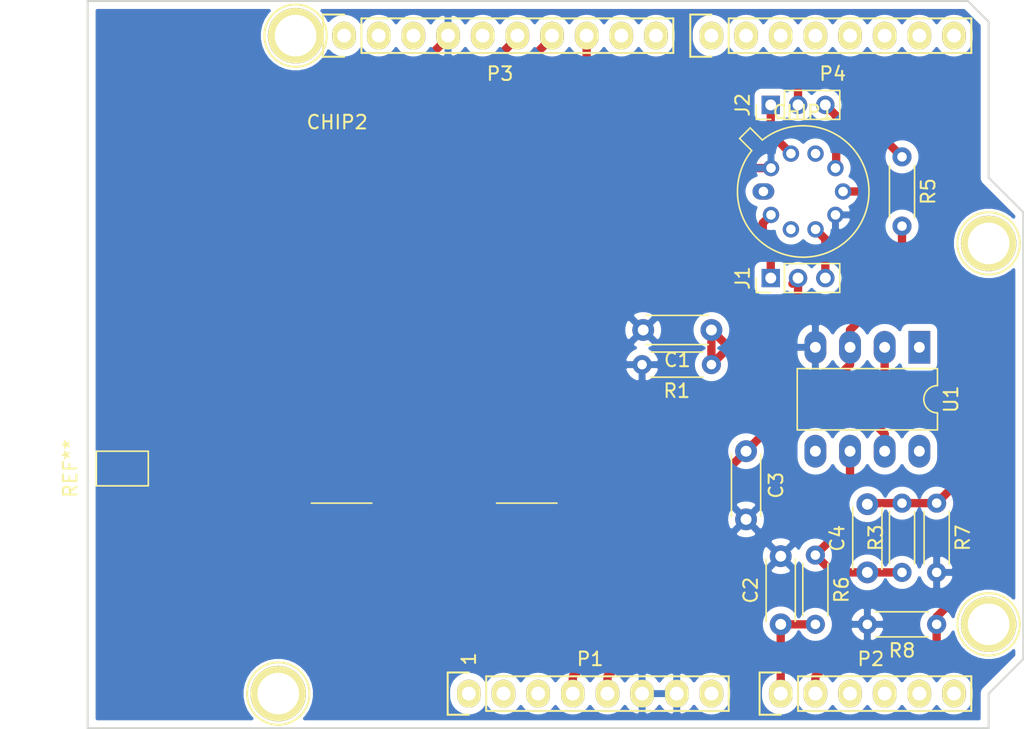
<source format=kicad_pcb>
(kicad_pcb (version 20171130) (host pcbnew "(5.1.4)-1")

  (general
    (thickness 1.6)
    (drawings 23)
    (tracks 192)
    (zones 0)
    (modules 24)
    (nets 17)
  )

  (page A4)
  (title_block
    (date "lun. 30 mars 2015")
  )

  (layers
    (0 F.Cu signal)
    (31 B.Cu signal)
    (32 B.Adhes user)
    (33 F.Adhes user)
    (34 B.Paste user)
    (35 F.Paste user)
    (36 B.SilkS user)
    (37 F.SilkS user)
    (38 B.Mask user)
    (39 F.Mask user)
    (40 Dwgs.User user)
    (41 Cmts.User user)
    (42 Eco1.User user)
    (43 Eco2.User user)
    (44 Edge.Cuts user)
    (45 Margin user)
    (46 B.CrtYd user)
    (47 F.CrtYd user)
    (48 B.Fab user)
    (49 F.Fab user)
  )

  (setup
    (last_trace_width 0.6096)
    (trace_clearance 0.254)
    (zone_clearance 0.508)
    (zone_45_only no)
    (trace_min 0.2)
    (via_size 1.6)
    (via_drill 0.8)
    (via_min_size 0.4)
    (via_min_drill 0.3)
    (uvia_size 0.3)
    (uvia_drill 0.1)
    (uvias_allowed no)
    (uvia_min_size 0.2)
    (uvia_min_drill 0.1)
    (edge_width 0.15)
    (segment_width 0.15)
    (pcb_text_width 0.3)
    (pcb_text_size 1.5 1.5)
    (mod_edge_width 0.15)
    (mod_text_size 1 1)
    (mod_text_width 0.15)
    (pad_size 4.064 4.064)
    (pad_drill 3.048)
    (pad_to_mask_clearance 0)
    (aux_axis_origin 110.998 126.365)
    (grid_origin 110.998 126.365)
    (visible_elements 7FFFFFFF)
    (pcbplotparams
      (layerselection 0x00030_80000001)
      (usegerberextensions false)
      (usegerberattributes false)
      (usegerberadvancedattributes false)
      (creategerberjobfile false)
      (excludeedgelayer true)
      (linewidth 0.100000)
      (plotframeref false)
      (viasonmask false)
      (mode 1)
      (useauxorigin false)
      (hpglpennumber 1)
      (hpglpenspeed 20)
      (hpglpendiameter 15.000000)
      (psnegative false)
      (psa4output false)
      (plotreference true)
      (plotvalue true)
      (plotinvisibletext false)
      (padsonsilk false)
      (subtractmaskfromsilk false)
      (outputformat 1)
      (mirror false)
      (drillshape 1)
      (scaleselection 1)
      (outputdirectory ""))
  )

  (net 0 "")
  (net 1 +5V)
  (net 2 GND)
  (net 3 +3V3)
  (net 4 "Net-(C1-Pad1)")
  (net 5 Gas_Sensor)
  (net 6 "Net-(C4-Pad2)")
  (net 7 "Net-(C4-Pad1)")
  (net 8 "Net-(CHIP1-Pad9)")
  (net 9 "Net-(CHIP1-Pad7)")
  (net 10 Temp_Sensor)
  (net 11 "Net-(CHIP1-Pad4)")
  (net 12 "Net-(CHIP1-Pad2)")
  (net 13 LORA_TX)
  (net 14 LORA_RX)
  (net 15 RESET)
  (net 16 Gas_Sensor_out)

  (net_class Default "This is the default net class."
    (clearance 0.254)
    (trace_width 0.6096)
    (via_dia 1.6)
    (via_drill 0.8)
    (uvia_dia 0.3)
    (uvia_drill 0.1)
    (add_net +3V3)
    (add_net +5V)
    (add_net GND)
    (add_net Gas_Sensor)
    (add_net Gas_Sensor_out)
    (add_net LORA_RX)
    (add_net LORA_TX)
    (add_net "Net-(C1-Pad1)")
    (add_net "Net-(C4-Pad1)")
    (add_net "Net-(C4-Pad2)")
    (add_net "Net-(CHIP1-Pad2)")
    (add_net "Net-(CHIP1-Pad4)")
    (add_net "Net-(CHIP1-Pad7)")
    (add_net "Net-(CHIP1-Pad9)")
    (add_net RESET)
    (add_net Temp_Sensor)
  )

  (module gas_sensor_shield:antenna (layer F.Cu) (tedit 5E0A3EFB) (tstamp 5E0AE15D)
    (at 113.538 107.315 90)
    (fp_text reference REF** (at 0 -3.81 90) (layer F.SilkS)
      (effects (font (size 1 1) (thickness 0.15)))
    )
    (fp_text value antenna (at 0 -2.54 90) (layer F.Fab)
      (effects (font (size 1 1) (thickness 0.15)))
    )
    (fp_line (start -1.27 -1.905) (end -1.27 1.905) (layer F.SilkS) (width 0.12))
    (fp_line (start -1.27 1.905) (end 1.27 1.905) (layer F.SilkS) (width 0.12))
    (fp_line (start 1.27 1.905) (end 1.27 -1.905) (layer F.SilkS) (width 0.12))
    (fp_line (start 1.27 -1.905) (end -1.27 -1.905) (layer F.SilkS) (width 0.12))
    (pad 1 smd rect (at 0 0 90) (size 2.54 3.81) (layers F.Cu F.Paste F.Mask))
  )

  (module Resistor_THT:R_Axial_DIN0204_L3.6mm_D1.6mm_P5.08mm_Horizontal (layer F.Cu) (tedit 5AE5139B) (tstamp 5E093DF0)
    (at 170.688 84.455 270)
    (descr "Resistor, Axial_DIN0204 series, Axial, Horizontal, pin pitch=5.08mm, 0.167W, length*diameter=3.6*1.6mm^2, http://cdn-reichelt.de/documents/datenblatt/B400/1_4W%23YAG.pdf")
    (tags "Resistor Axial_DIN0204 series Axial Horizontal pin pitch 5.08mm 0.167W length 3.6mm diameter 1.6mm")
    (path /5E0BC2E2)
    (fp_text reference R5 (at 2.54 -1.92 90) (layer F.SilkS)
      (effects (font (size 1 1) (thickness 0.15)))
    )
    (fp_text value 10k (at 2.54 1.92 90) (layer F.Fab)
      (effects (font (size 1 1) (thickness 0.15)))
    )
    (fp_text user %R (at 2.54 0 90) (layer F.Fab)
      (effects (font (size 0.72 0.72) (thickness 0.108)))
    )
    (fp_line (start 6.03 -1.05) (end -0.95 -1.05) (layer F.CrtYd) (width 0.05))
    (fp_line (start 6.03 1.05) (end 6.03 -1.05) (layer F.CrtYd) (width 0.05))
    (fp_line (start -0.95 1.05) (end 6.03 1.05) (layer F.CrtYd) (width 0.05))
    (fp_line (start -0.95 -1.05) (end -0.95 1.05) (layer F.CrtYd) (width 0.05))
    (fp_line (start 0.62 0.92) (end 4.46 0.92) (layer F.SilkS) (width 0.12))
    (fp_line (start 0.62 -0.92) (end 4.46 -0.92) (layer F.SilkS) (width 0.12))
    (fp_line (start 5.08 0) (end 4.34 0) (layer F.Fab) (width 0.1))
    (fp_line (start 0 0) (end 0.74 0) (layer F.Fab) (width 0.1))
    (fp_line (start 4.34 -0.8) (end 0.74 -0.8) (layer F.Fab) (width 0.1))
    (fp_line (start 4.34 0.8) (end 4.34 -0.8) (layer F.Fab) (width 0.1))
    (fp_line (start 0.74 0.8) (end 4.34 0.8) (layer F.Fab) (width 0.1))
    (fp_line (start 0.74 -0.8) (end 0.74 0.8) (layer F.Fab) (width 0.1))
    (pad 2 thru_hole oval (at 5.08 0 270) (size 1.4 1.4) (drill 0.7) (layers *.Cu *.Mask)
      (net 4 "Net-(C1-Pad1)"))
    (pad 1 thru_hole circle (at 0 0 270) (size 1.4 1.4) (drill 0.7) (layers *.Cu *.Mask)
      (net 5 Gas_Sensor))
    (model ${KISYS3DMOD}/Resistor_THT.3dshapes/R_Axial_DIN0204_L3.6mm_D1.6mm_P5.08mm_Horizontal.wrl
      (at (xyz 0 0 0))
      (scale (xyz 1 1 1))
      (rotate (xyz 0 0 0))
    )
  )

  (module RF_Module:RN2483 (layer F.Cu) (tedit 5E091444) (tstamp 5E093CB1)
    (at 136.398 97.155)
    (descr "Low-Power Long Range LoRa Transceiver Module")
    (tags "rf module lora lorawan")
    (path /5E139CAA)
    (attr smd)
    (fp_text reference CHIP2 (at -7.112 -15.24) (layer F.SilkS)
      (effects (font (size 1 1) (thickness 0.15)))
    )
    (fp_text value RN2483 (at 0 0) (layer F.Fab)
      (effects (font (size 1 1) (thickness 0.15)))
    )
    (fp_line (start -7.89 -13.97) (end 8.89 -13.97) (layer F.Fab) (width 0.1))
    (fp_line (start 8.89 -13.97) (end 8.89 12.7) (layer F.Fab) (width 0.1))
    (fp_line (start 8.89 12.7) (end -8.89 12.7) (layer F.Fab) (width 0.1))
    (fp_line (start -8.89 12.7) (end -8.89 -12.97) (layer F.Fab) (width 0.1))
    (fp_line (start -9.9 -13.97) (end 9.9 -13.97) (layer F.CrtYd) (width 0.05))
    (fp_line (start 9.9 -13.97) (end 9.9 13.97) (layer F.CrtYd) (width 0.05))
    (fp_line (start 9.9 13.97) (end -9.9 13.97) (layer F.CrtYd) (width 0.05))
    (fp_line (start -9.9 13.97) (end -9.9 -13.97) (layer F.CrtYd) (width 0.05))
    (fp_line (start -9 12.7) (end -4.572 12.7) (layer F.SilkS) (width 0.12))
    (fp_line (start 4.572 12.7) (end 9 12.7) (layer F.SilkS) (width 0.12))
    (fp_line (start -7.89 -13.97) (end -8.89 -12.97) (layer F.Fab) (width 0.1))
    (fp_text user %R (at -5.588 -11.684) (layer F.Fab)
      (effects (font (size 1 1) (thickness 0.15)))
    )
    (pad 1 smd rect (at -8.89 -12.7) (size 1.524 1.016) (layers F.Cu F.Paste F.Mask)
      (net 2 GND))
    (pad 2 smd rect (at -8.89 -11.43) (size 1.524 1.016) (layers F.Cu F.Paste F.Mask))
    (pad 3 smd rect (at -8.89 -10.16) (size 1.524 1.016) (layers F.Cu F.Paste F.Mask))
    (pad 4 smd rect (at -8.89 -8.89) (size 1.524 1.016) (layers F.Cu F.Paste F.Mask))
    (pad 5 smd rect (at -8.89 -7.62) (size 1.524 1.016) (layers F.Cu F.Paste F.Mask))
    (pad 6 smd rect (at -8.89 -6.35) (size 1.524 1.016) (layers F.Cu F.Paste F.Mask)
      (net 13 LORA_TX))
    (pad 7 smd rect (at -8.89 -5.08) (size 1.524 1.016) (layers F.Cu F.Paste F.Mask)
      (net 14 LORA_RX))
    (pad 8 smd rect (at -8.89 -3.81) (size 1.524 1.016) (layers F.Cu F.Paste F.Mask)
      (net 2 GND))
    (pad 9 smd rect (at -8.89 -2.54) (size 1.524 1.016) (layers F.Cu F.Paste F.Mask))
    (pad 10 smd rect (at -8.89 -1.27) (size 1.524 1.016) (layers F.Cu F.Paste F.Mask))
    (pad 11 smd rect (at -8.89 0) (size 1.524 1.016) (layers F.Cu F.Paste F.Mask)
      (net 2 GND))
    (pad 12 smd rect (at -8.89 1.27) (size 1.524 1.016) (layers F.Cu F.Paste F.Mask)
      (net 3 +3V3))
    (pad 13 smd rect (at -8.89 2.54) (size 1.524 1.016) (layers F.Cu F.Paste F.Mask))
    (pad 14 smd rect (at -8.89 3.81) (size 1.524 1.016) (layers F.Cu F.Paste F.Mask))
    (pad 15 smd rect (at -8.89 5.08) (size 1.524 1.016) (layers F.Cu F.Paste F.Mask))
    (pad 16 smd rect (at -8.89 6.35) (size 1.524 1.016) (layers F.Cu F.Paste F.Mask))
    (pad 17 smd rect (at -8.89 7.62) (size 1.524 1.016) (layers F.Cu F.Paste F.Mask))
    (pad 18 smd rect (at -8.89 8.89) (size 1.524 1.016) (layers F.Cu F.Paste F.Mask))
    (pad 19 smd rect (at -8.89 10.16) (size 1.524 1.016) (layers F.Cu F.Paste F.Mask))
    (pad 20 smd rect (at -8.89 11.43) (size 1.524 1.016) (layers F.Cu F.Paste F.Mask)
      (net 2 GND))
    (pad 21 smd rect (at -3.81 12.7 90) (size 1.524 1.016) (layers F.Cu F.Paste F.Mask)
      (net 2 GND))
    (pad 22 smd rect (at -2.54 12.7 90) (size 1.524 1.016) (layers F.Cu F.Paste F.Mask)
      (net 2 GND))
    (pad 23 smd rect (at -1.27 12.7 90) (size 1.524 1.016) (layers F.Cu F.Paste F.Mask))
    (pad 24 smd rect (at 0 12.7 90) (size 1.524 1.016) (layers F.Cu F.Paste F.Mask)
      (net 2 GND))
    (pad 25 smd rect (at 1.27 12.7 90) (size 1.524 1.016) (layers F.Cu F.Paste F.Mask))
    (pad 26 smd rect (at 2.54 12.7 90) (size 1.524 1.016) (layers F.Cu F.Paste F.Mask)
      (net 2 GND))
    (pad 27 smd rect (at 3.81 12.7 90) (size 1.524 1.016) (layers F.Cu F.Paste F.Mask)
      (net 2 GND))
    (pad 28 smd rect (at 8.89 11.43) (size 1.524 1.016) (layers F.Cu F.Paste F.Mask)
      (net 2 GND))
    (pad 29 smd rect (at 8.89 10.16) (size 1.524 1.016) (layers F.Cu F.Paste F.Mask))
    (pad 30 smd rect (at 8.89 8.89) (size 1.524 1.016) (layers F.Cu F.Paste F.Mask))
    (pad 31 smd rect (at 8.89 7.62) (size 1.524 1.016) (layers F.Cu F.Paste F.Mask))
    (pad 32 smd rect (at 8.89 6.35) (size 1.524 1.016) (layers F.Cu F.Paste F.Mask)
      (net 15 RESET))
    (pad 33 smd rect (at 8.89 5.08) (size 1.524 1.016) (layers F.Cu F.Paste F.Mask)
      (net 2 GND))
    (pad 34 smd rect (at 8.89 3.81) (size 1.524 1.016) (layers F.Cu F.Paste F.Mask)
      (net 3 +3V3))
    (pad 35 smd rect (at 8.89 2.54) (size 1.524 1.016) (layers F.Cu F.Paste F.Mask))
    (pad 36 smd rect (at 8.89 1.27) (size 1.524 1.016) (layers F.Cu F.Paste F.Mask))
    (pad 37 smd rect (at 8.89 0) (size 1.524 1.016) (layers F.Cu F.Paste F.Mask))
    (pad 38 smd rect (at 8.89 -1.27) (size 1.524 1.016) (layers F.Cu F.Paste F.Mask))
    (pad 39 smd rect (at 8.89 -2.54) (size 1.524 1.016) (layers F.Cu F.Paste F.Mask))
    (pad 40 smd rect (at 8.89 -3.81) (size 1.524 1.016) (layers F.Cu F.Paste F.Mask))
    (pad 41 smd rect (at 8.89 -5.08) (size 1.524 1.016) (layers F.Cu F.Paste F.Mask)
      (net 2 GND))
    (pad 42 smd rect (at 8.89 -6.35) (size 1.524 1.016) (layers F.Cu F.Paste F.Mask))
    (pad 43 smd rect (at 8.89 -7.62) (size 1.524 1.016) (layers F.Cu F.Paste F.Mask))
    (pad 44 smd rect (at 8.89 -8.89) (size 1.524 1.016) (layers F.Cu F.Paste F.Mask))
    (pad 45 smd rect (at 8.89 -10.16) (size 1.524 1.016) (layers F.Cu F.Paste F.Mask))
    (pad 46 smd rect (at 8.89 -11.43) (size 1.524 1.016) (layers F.Cu F.Paste F.Mask))
    (pad 47 smd rect (at 8.89 -12.7) (size 1.524 1.016) (layers F.Cu F.Paste F.Mask)
      (net 2 GND))
    (model ${KISYS3DMOD}/RF_Module.3dshapes/RN2483.wrl
      (at (xyz 0 0 0))
      (scale (xyz 1 1 1))
      (rotate (xyz 0 0 0))
    )
    (model ${KISYSPERSO}/RN2483.STEP
      (offset (xyz 0 0.5 0))
      (scale (xyz 1 1 1))
      (rotate (xyz -90 0 0))
    )
  )

  (module Package_DIP:DIP-8_W7.62mm_LongPads (layer F.Cu) (tedit 5A02E8C5) (tstamp 5E093E45)
    (at 171.958 98.425 270)
    (descr "8-lead though-hole mounted DIP package, row spacing 7.62 mm (300 mils), LongPads")
    (tags "THT DIP DIL PDIP 2.54mm 7.62mm 300mil LongPads")
    (path /5E08045A)
    (fp_text reference U1 (at 3.81 -2.33 90) (layer F.SilkS)
      (effects (font (size 1 1) (thickness 0.15)))
    )
    (fp_text value LTC1050 (at 3.81 9.95 90) (layer F.Fab)
      (effects (font (size 1 1) (thickness 0.15)))
    )
    (fp_text user %R (at 3.81 3.81 90) (layer F.Fab)
      (effects (font (size 1 1) (thickness 0.15)))
    )
    (fp_line (start 9.1 -1.55) (end -1.45 -1.55) (layer F.CrtYd) (width 0.05))
    (fp_line (start 9.1 9.15) (end 9.1 -1.55) (layer F.CrtYd) (width 0.05))
    (fp_line (start -1.45 9.15) (end 9.1 9.15) (layer F.CrtYd) (width 0.05))
    (fp_line (start -1.45 -1.55) (end -1.45 9.15) (layer F.CrtYd) (width 0.05))
    (fp_line (start 6.06 -1.33) (end 4.81 -1.33) (layer F.SilkS) (width 0.12))
    (fp_line (start 6.06 8.95) (end 6.06 -1.33) (layer F.SilkS) (width 0.12))
    (fp_line (start 1.56 8.95) (end 6.06 8.95) (layer F.SilkS) (width 0.12))
    (fp_line (start 1.56 -1.33) (end 1.56 8.95) (layer F.SilkS) (width 0.12))
    (fp_line (start 2.81 -1.33) (end 1.56 -1.33) (layer F.SilkS) (width 0.12))
    (fp_line (start 0.635 -0.27) (end 1.635 -1.27) (layer F.Fab) (width 0.1))
    (fp_line (start 0.635 8.89) (end 0.635 -0.27) (layer F.Fab) (width 0.1))
    (fp_line (start 6.985 8.89) (end 0.635 8.89) (layer F.Fab) (width 0.1))
    (fp_line (start 6.985 -1.27) (end 6.985 8.89) (layer F.Fab) (width 0.1))
    (fp_line (start 1.635 -1.27) (end 6.985 -1.27) (layer F.Fab) (width 0.1))
    (fp_arc (start 3.81 -1.33) (end 2.81 -1.33) (angle -180) (layer F.SilkS) (width 0.12))
    (pad 8 thru_hole oval (at 7.62 0 270) (size 2.4 1.6) (drill 0.8) (layers *.Cu *.Mask))
    (pad 4 thru_hole oval (at 0 7.62 270) (size 2.4 1.6) (drill 0.8) (layers *.Cu *.Mask)
      (net 2 GND))
    (pad 7 thru_hole oval (at 7.62 2.54 270) (size 2.4 1.6) (drill 0.8) (layers *.Cu *.Mask)
      (net 1 +5V))
    (pad 3 thru_hole oval (at 0 5.08 270) (size 2.4 1.6) (drill 0.8) (layers *.Cu *.Mask)
      (net 4 "Net-(C1-Pad1)"))
    (pad 6 thru_hole oval (at 7.62 5.08 270) (size 2.4 1.6) (drill 0.8) (layers *.Cu *.Mask)
      (net 7 "Net-(C4-Pad1)"))
    (pad 2 thru_hole oval (at 0 2.54 270) (size 2.4 1.6) (drill 0.8) (layers *.Cu *.Mask)
      (net 6 "Net-(C4-Pad2)"))
    (pad 5 thru_hole oval (at 7.62 7.62 270) (size 2.4 1.6) (drill 0.8) (layers *.Cu *.Mask))
    (pad 1 thru_hole rect (at 0 0 270) (size 2.4 1.6) (drill 0.8) (layers *.Cu *.Mask))
    (model ${KISYS3DMOD}/Package_DIP.3dshapes/DIP-8_W7.62mm.wrl
      (at (xyz 0 0 0))
      (scale (xyz 1 1 1))
      (rotate (xyz 0 0 0))
    )
  )

  (module Resistor_THT:R_Axial_DIN0204_L3.6mm_D1.6mm_P5.08mm_Horizontal (layer F.Cu) (tedit 5AE5139B) (tstamp 5E093E29)
    (at 173.228 118.745 180)
    (descr "Resistor, Axial_DIN0204 series, Axial, Horizontal, pin pitch=5.08mm, 0.167W, length*diameter=3.6*1.6mm^2, http://cdn-reichelt.de/documents/datenblatt/B400/1_4W%23YAG.pdf")
    (tags "Resistor Axial_DIN0204 series Axial Horizontal pin pitch 5.08mm 0.167W length 3.6mm diameter 1.6mm")
    (path /5E08228A)
    (fp_text reference R8 (at 2.54 -1.92) (layer F.SilkS)
      (effects (font (size 1 1) (thickness 0.15)))
    )
    (fp_text value R (at 2.54 1.92) (layer F.Fab)
      (effects (font (size 1 1) (thickness 0.15)))
    )
    (fp_text user %R (at 2.54 0) (layer F.Fab)
      (effects (font (size 0.72 0.72) (thickness 0.108)))
    )
    (fp_line (start 6.03 -1.05) (end -0.95 -1.05) (layer F.CrtYd) (width 0.05))
    (fp_line (start 6.03 1.05) (end 6.03 -1.05) (layer F.CrtYd) (width 0.05))
    (fp_line (start -0.95 1.05) (end 6.03 1.05) (layer F.CrtYd) (width 0.05))
    (fp_line (start -0.95 -1.05) (end -0.95 1.05) (layer F.CrtYd) (width 0.05))
    (fp_line (start 0.62 0.92) (end 4.46 0.92) (layer F.SilkS) (width 0.12))
    (fp_line (start 0.62 -0.92) (end 4.46 -0.92) (layer F.SilkS) (width 0.12))
    (fp_line (start 5.08 0) (end 4.34 0) (layer F.Fab) (width 0.1))
    (fp_line (start 0 0) (end 0.74 0) (layer F.Fab) (width 0.1))
    (fp_line (start 4.34 -0.8) (end 0.74 -0.8) (layer F.Fab) (width 0.1))
    (fp_line (start 4.34 0.8) (end 4.34 -0.8) (layer F.Fab) (width 0.1))
    (fp_line (start 0.74 0.8) (end 4.34 0.8) (layer F.Fab) (width 0.1))
    (fp_line (start 0.74 -0.8) (end 0.74 0.8) (layer F.Fab) (width 0.1))
    (pad 2 thru_hole oval (at 5.08 0 180) (size 1.4 1.4) (drill 0.7) (layers *.Cu *.Mask)
      (net 2 GND))
    (pad 1 thru_hole circle (at 0 0 180) (size 1.4 1.4) (drill 0.7) (layers *.Cu *.Mask)
      (net 10 Temp_Sensor))
    (model ${KISYS3DMOD}/Resistor_THT.3dshapes/R_Axial_DIN0204_L3.6mm_D1.6mm_P5.08mm_Horizontal.wrl
      (at (xyz 0 0 0))
      (scale (xyz 1 1 1))
      (rotate (xyz 0 0 0))
    )
  )

  (module Resistor_THT:R_Axial_DIN0204_L3.6mm_D1.6mm_P5.08mm_Horizontal (layer F.Cu) (tedit 5AE5139B) (tstamp 5E093E16)
    (at 173.228 109.855 270)
    (descr "Resistor, Axial_DIN0204 series, Axial, Horizontal, pin pitch=5.08mm, 0.167W, length*diameter=3.6*1.6mm^2, http://cdn-reichelt.de/documents/datenblatt/B400/1_4W%23YAG.pdf")
    (tags "Resistor Axial_DIN0204 series Axial Horizontal pin pitch 5.08mm 0.167W length 3.6mm diameter 1.6mm")
    (path /5E0B870B)
    (fp_text reference R7 (at 2.54 -1.92 90) (layer F.SilkS)
      (effects (font (size 1 1) (thickness 0.15)))
    )
    (fp_text value 1k (at 2.54 1.92 90) (layer F.Fab)
      (effects (font (size 1 1) (thickness 0.15)))
    )
    (fp_text user %R (at 2.54 0 90) (layer F.Fab)
      (effects (font (size 0.72 0.72) (thickness 0.108)))
    )
    (fp_line (start 6.03 -1.05) (end -0.95 -1.05) (layer F.CrtYd) (width 0.05))
    (fp_line (start 6.03 1.05) (end 6.03 -1.05) (layer F.CrtYd) (width 0.05))
    (fp_line (start -0.95 1.05) (end 6.03 1.05) (layer F.CrtYd) (width 0.05))
    (fp_line (start -0.95 -1.05) (end -0.95 1.05) (layer F.CrtYd) (width 0.05))
    (fp_line (start 0.62 0.92) (end 4.46 0.92) (layer F.SilkS) (width 0.12))
    (fp_line (start 0.62 -0.92) (end 4.46 -0.92) (layer F.SilkS) (width 0.12))
    (fp_line (start 5.08 0) (end 4.34 0) (layer F.Fab) (width 0.1))
    (fp_line (start 0 0) (end 0.74 0) (layer F.Fab) (width 0.1))
    (fp_line (start 4.34 -0.8) (end 0.74 -0.8) (layer F.Fab) (width 0.1))
    (fp_line (start 4.34 0.8) (end 4.34 -0.8) (layer F.Fab) (width 0.1))
    (fp_line (start 0.74 0.8) (end 4.34 0.8) (layer F.Fab) (width 0.1))
    (fp_line (start 0.74 -0.8) (end 0.74 0.8) (layer F.Fab) (width 0.1))
    (pad 2 thru_hole oval (at 5.08 0 270) (size 1.4 1.4) (drill 0.7) (layers *.Cu *.Mask)
      (net 2 GND))
    (pad 1 thru_hole circle (at 0 0 270) (size 1.4 1.4) (drill 0.7) (layers *.Cu *.Mask)
      (net 6 "Net-(C4-Pad2)"))
    (model ${KISYS3DMOD}/Resistor_THT.3dshapes/R_Axial_DIN0204_L3.6mm_D1.6mm_P5.08mm_Horizontal.wrl
      (at (xyz 0 0 0))
      (scale (xyz 1 1 1))
      (rotate (xyz 0 0 0))
    )
  )

  (module Resistor_THT:R_Axial_DIN0204_L3.6mm_D1.6mm_P5.08mm_Horizontal (layer F.Cu) (tedit 5AE5139B) (tstamp 5E093E03)
    (at 164.338 113.665 270)
    (descr "Resistor, Axial_DIN0204 series, Axial, Horizontal, pin pitch=5.08mm, 0.167W, length*diameter=3.6*1.6mm^2, http://cdn-reichelt.de/documents/datenblatt/B400/1_4W%23YAG.pdf")
    (tags "Resistor Axial_DIN0204 series Axial Horizontal pin pitch 5.08mm 0.167W length 3.6mm diameter 1.6mm")
    (path /5E0D8B3D)
    (fp_text reference R6 (at 2.54 -1.92 90) (layer F.SilkS)
      (effects (font (size 1 1) (thickness 0.15)))
    )
    (fp_text value 1k (at 2.54 1.92 90) (layer F.Fab)
      (effects (font (size 1 1) (thickness 0.15)))
    )
    (fp_text user %R (at 2.54 0 90) (layer F.Fab)
      (effects (font (size 0.72 0.72) (thickness 0.108)))
    )
    (fp_line (start 6.03 -1.05) (end -0.95 -1.05) (layer F.CrtYd) (width 0.05))
    (fp_line (start 6.03 1.05) (end 6.03 -1.05) (layer F.CrtYd) (width 0.05))
    (fp_line (start -0.95 1.05) (end 6.03 1.05) (layer F.CrtYd) (width 0.05))
    (fp_line (start -0.95 -1.05) (end -0.95 1.05) (layer F.CrtYd) (width 0.05))
    (fp_line (start 0.62 0.92) (end 4.46 0.92) (layer F.SilkS) (width 0.12))
    (fp_line (start 0.62 -0.92) (end 4.46 -0.92) (layer F.SilkS) (width 0.12))
    (fp_line (start 5.08 0) (end 4.34 0) (layer F.Fab) (width 0.1))
    (fp_line (start 0 0) (end 0.74 0) (layer F.Fab) (width 0.1))
    (fp_line (start 4.34 -0.8) (end 0.74 -0.8) (layer F.Fab) (width 0.1))
    (fp_line (start 4.34 0.8) (end 4.34 -0.8) (layer F.Fab) (width 0.1))
    (fp_line (start 0.74 0.8) (end 4.34 0.8) (layer F.Fab) (width 0.1))
    (fp_line (start 0.74 -0.8) (end 0.74 0.8) (layer F.Fab) (width 0.1))
    (pad 2 thru_hole oval (at 5.08 0 270) (size 1.4 1.4) (drill 0.7) (layers *.Cu *.Mask)
      (net 16 Gas_Sensor_out))
    (pad 1 thru_hole circle (at 0 0 270) (size 1.4 1.4) (drill 0.7) (layers *.Cu *.Mask)
      (net 7 "Net-(C4-Pad1)"))
    (model ${KISYS3DMOD}/Resistor_THT.3dshapes/R_Axial_DIN0204_L3.6mm_D1.6mm_P5.08mm_Horizontal.wrl
      (at (xyz 0 0 0))
      (scale (xyz 1 1 1))
      (rotate (xyz 0 0 0))
    )
  )

  (module Resistor_THT:R_Axial_DIN0204_L3.6mm_D1.6mm_P5.08mm_Horizontal (layer F.Cu) (tedit 5AE5139B) (tstamp 5E093DDD)
    (at 170.688 114.935 90)
    (descr "Resistor, Axial_DIN0204 series, Axial, Horizontal, pin pitch=5.08mm, 0.167W, length*diameter=3.6*1.6mm^2, http://cdn-reichelt.de/documents/datenblatt/B400/1_4W%23YAG.pdf")
    (tags "Resistor Axial_DIN0204 series Axial Horizontal pin pitch 5.08mm 0.167W length 3.6mm diameter 1.6mm")
    (path /5E0BA653)
    (fp_text reference R3 (at 2.54 -1.92 90) (layer F.SilkS)
      (effects (font (size 1 1) (thickness 0.15)))
    )
    (fp_text value 100k (at 2.54 1.92 90) (layer F.Fab)
      (effects (font (size 1 1) (thickness 0.15)))
    )
    (fp_text user %R (at 2.54 0 90) (layer F.Fab)
      (effects (font (size 0.72 0.72) (thickness 0.108)))
    )
    (fp_line (start 6.03 -1.05) (end -0.95 -1.05) (layer F.CrtYd) (width 0.05))
    (fp_line (start 6.03 1.05) (end 6.03 -1.05) (layer F.CrtYd) (width 0.05))
    (fp_line (start -0.95 1.05) (end 6.03 1.05) (layer F.CrtYd) (width 0.05))
    (fp_line (start -0.95 -1.05) (end -0.95 1.05) (layer F.CrtYd) (width 0.05))
    (fp_line (start 0.62 0.92) (end 4.46 0.92) (layer F.SilkS) (width 0.12))
    (fp_line (start 0.62 -0.92) (end 4.46 -0.92) (layer F.SilkS) (width 0.12))
    (fp_line (start 5.08 0) (end 4.34 0) (layer F.Fab) (width 0.1))
    (fp_line (start 0 0) (end 0.74 0) (layer F.Fab) (width 0.1))
    (fp_line (start 4.34 -0.8) (end 0.74 -0.8) (layer F.Fab) (width 0.1))
    (fp_line (start 4.34 0.8) (end 4.34 -0.8) (layer F.Fab) (width 0.1))
    (fp_line (start 0.74 0.8) (end 4.34 0.8) (layer F.Fab) (width 0.1))
    (fp_line (start 0.74 -0.8) (end 0.74 0.8) (layer F.Fab) (width 0.1))
    (pad 2 thru_hole oval (at 5.08 0 90) (size 1.4 1.4) (drill 0.7) (layers *.Cu *.Mask)
      (net 6 "Net-(C4-Pad2)"))
    (pad 1 thru_hole circle (at 0 0 90) (size 1.4 1.4) (drill 0.7) (layers *.Cu *.Mask)
      (net 7 "Net-(C4-Pad1)"))
    (model ${KISYS3DMOD}/Resistor_THT.3dshapes/R_Axial_DIN0204_L3.6mm_D1.6mm_P5.08mm_Horizontal.wrl
      (at (xyz 0 0 0))
      (scale (xyz 1 1 1))
      (rotate (xyz 0 0 0))
    )
  )

  (module Resistor_THT:R_Axial_DIN0204_L3.6mm_D1.6mm_P5.08mm_Horizontal (layer F.Cu) (tedit 5AE5139B) (tstamp 5E093DCA)
    (at 156.718 99.695 180)
    (descr "Resistor, Axial_DIN0204 series, Axial, Horizontal, pin pitch=5.08mm, 0.167W, length*diameter=3.6*1.6mm^2, http://cdn-reichelt.de/documents/datenblatt/B400/1_4W%23YAG.pdf")
    (tags "Resistor Axial_DIN0204 series Axial Horizontal pin pitch 5.08mm 0.167W length 3.6mm diameter 1.6mm")
    (path /5E0B7B54)
    (fp_text reference R1 (at 2.54 -1.92) (layer F.SilkS)
      (effects (font (size 1 1) (thickness 0.15)))
    )
    (fp_text value 100k (at 2.54 1.92) (layer F.Fab)
      (effects (font (size 1 1) (thickness 0.15)))
    )
    (fp_text user %R (at 2.54 0) (layer F.Fab)
      (effects (font (size 0.72 0.72) (thickness 0.108)))
    )
    (fp_line (start 6.03 -1.05) (end -0.95 -1.05) (layer F.CrtYd) (width 0.05))
    (fp_line (start 6.03 1.05) (end 6.03 -1.05) (layer F.CrtYd) (width 0.05))
    (fp_line (start -0.95 1.05) (end 6.03 1.05) (layer F.CrtYd) (width 0.05))
    (fp_line (start -0.95 -1.05) (end -0.95 1.05) (layer F.CrtYd) (width 0.05))
    (fp_line (start 0.62 0.92) (end 4.46 0.92) (layer F.SilkS) (width 0.12))
    (fp_line (start 0.62 -0.92) (end 4.46 -0.92) (layer F.SilkS) (width 0.12))
    (fp_line (start 5.08 0) (end 4.34 0) (layer F.Fab) (width 0.1))
    (fp_line (start 0 0) (end 0.74 0) (layer F.Fab) (width 0.1))
    (fp_line (start 4.34 -0.8) (end 0.74 -0.8) (layer F.Fab) (width 0.1))
    (fp_line (start 4.34 0.8) (end 4.34 -0.8) (layer F.Fab) (width 0.1))
    (fp_line (start 0.74 0.8) (end 4.34 0.8) (layer F.Fab) (width 0.1))
    (fp_line (start 0.74 -0.8) (end 0.74 0.8) (layer F.Fab) (width 0.1))
    (pad 2 thru_hole oval (at 5.08 0 180) (size 1.4 1.4) (drill 0.7) (layers *.Cu *.Mask)
      (net 2 GND))
    (pad 1 thru_hole circle (at 0 0 180) (size 1.4 1.4) (drill 0.7) (layers *.Cu *.Mask)
      (net 4 "Net-(C1-Pad1)"))
    (model ${KISYS3DMOD}/Resistor_THT.3dshapes/R_Axial_DIN0204_L3.6mm_D1.6mm_P5.08mm_Horizontal.wrl
      (at (xyz 0 0 0))
      (scale (xyz 1 1 1))
      (rotate (xyz 0 0 0))
    )
  )

  (module Connector_PinHeader_2.00mm:PinHeader_1x03_P2.00mm_Vertical (layer F.Cu) (tedit 59FED667) (tstamp 5E093CDF)
    (at 161.068 80.645 90)
    (descr "Through hole straight pin header, 1x03, 2.00mm pitch, single row")
    (tags "Through hole pin header THT 1x03 2.00mm single row")
    (path /5E09EE41)
    (fp_text reference J2 (at 0 -2.06 90) (layer F.SilkS)
      (effects (font (size 1 1) (thickness 0.15)))
    )
    (fp_text value Conn_01x03 (at 0 6.06 90) (layer F.Fab)
      (effects (font (size 1 1) (thickness 0.15)))
    )
    (fp_text user %R (at 0 2) (layer F.Fab)
      (effects (font (size 1 1) (thickness 0.15)))
    )
    (fp_line (start 1.5 -1.5) (end -1.5 -1.5) (layer F.CrtYd) (width 0.05))
    (fp_line (start 1.5 5.5) (end 1.5 -1.5) (layer F.CrtYd) (width 0.05))
    (fp_line (start -1.5 5.5) (end 1.5 5.5) (layer F.CrtYd) (width 0.05))
    (fp_line (start -1.5 -1.5) (end -1.5 5.5) (layer F.CrtYd) (width 0.05))
    (fp_line (start -1.06 -1.06) (end 0 -1.06) (layer F.SilkS) (width 0.12))
    (fp_line (start -1.06 0) (end -1.06 -1.06) (layer F.SilkS) (width 0.12))
    (fp_line (start -1.06 1) (end 1.06 1) (layer F.SilkS) (width 0.12))
    (fp_line (start 1.06 1) (end 1.06 5.06) (layer F.SilkS) (width 0.12))
    (fp_line (start -1.06 1) (end -1.06 5.06) (layer F.SilkS) (width 0.12))
    (fp_line (start -1.06 5.06) (end 1.06 5.06) (layer F.SilkS) (width 0.12))
    (fp_line (start -1 -0.5) (end -0.5 -1) (layer F.Fab) (width 0.1))
    (fp_line (start -1 5) (end -1 -0.5) (layer F.Fab) (width 0.1))
    (fp_line (start 1 5) (end -1 5) (layer F.Fab) (width 0.1))
    (fp_line (start 1 -1) (end 1 5) (layer F.Fab) (width 0.1))
    (fp_line (start -0.5 -1) (end 1 -1) (layer F.Fab) (width 0.1))
    (pad 3 thru_hole oval (at 0 4 90) (size 1.35 1.35) (drill 0.8) (layers *.Cu *.Mask)
      (net 9 "Net-(CHIP1-Pad7)"))
    (pad 2 thru_hole oval (at 0 2 90) (size 1.35 1.35) (drill 0.8) (layers *.Cu *.Mask)
      (net 5 Gas_Sensor))
    (pad 1 thru_hole rect (at 0 0 90) (size 1.35 1.35) (drill 0.8) (layers *.Cu *.Mask)
      (net 8 "Net-(CHIP1-Pad9)"))
    (model ${KISYS3DMOD}/Connector_PinHeader_2.00mm.3dshapes/PinHeader_1x03_P2.00mm_Vertical.wrl
      (at (xyz 0 0 0))
      (scale (xyz 1 1 1))
      (rotate (xyz 0 0 0))
    )
  )

  (module Connector_PinHeader_2.00mm:PinHeader_1x03_P2.00mm_Vertical (layer F.Cu) (tedit 59FED667) (tstamp 5E093CC8)
    (at 161.068 93.345 90)
    (descr "Through hole straight pin header, 1x03, 2.00mm pitch, single row")
    (tags "Through hole pin header THT 1x03 2.00mm single row")
    (path /5E09E0AE)
    (fp_text reference J1 (at 0 -2.06 90) (layer F.SilkS)
      (effects (font (size 1 1) (thickness 0.15)))
    )
    (fp_text value Conn_01x03 (at 0 6.06 90) (layer F.Fab)
      (effects (font (size 1 1) (thickness 0.15)))
    )
    (fp_text user %R (at 0 2) (layer F.Fab)
      (effects (font (size 1 1) (thickness 0.15)))
    )
    (fp_line (start 1.5 -1.5) (end -1.5 -1.5) (layer F.CrtYd) (width 0.05))
    (fp_line (start 1.5 5.5) (end 1.5 -1.5) (layer F.CrtYd) (width 0.05))
    (fp_line (start -1.5 5.5) (end 1.5 5.5) (layer F.CrtYd) (width 0.05))
    (fp_line (start -1.5 -1.5) (end -1.5 5.5) (layer F.CrtYd) (width 0.05))
    (fp_line (start -1.06 -1.06) (end 0 -1.06) (layer F.SilkS) (width 0.12))
    (fp_line (start -1.06 0) (end -1.06 -1.06) (layer F.SilkS) (width 0.12))
    (fp_line (start -1.06 1) (end 1.06 1) (layer F.SilkS) (width 0.12))
    (fp_line (start 1.06 1) (end 1.06 5.06) (layer F.SilkS) (width 0.12))
    (fp_line (start -1.06 1) (end -1.06 5.06) (layer F.SilkS) (width 0.12))
    (fp_line (start -1.06 5.06) (end 1.06 5.06) (layer F.SilkS) (width 0.12))
    (fp_line (start -1 -0.5) (end -0.5 -1) (layer F.Fab) (width 0.1))
    (fp_line (start -1 5) (end -1 -0.5) (layer F.Fab) (width 0.1))
    (fp_line (start 1 5) (end -1 5) (layer F.Fab) (width 0.1))
    (fp_line (start 1 -1) (end 1 5) (layer F.Fab) (width 0.1))
    (fp_line (start -0.5 -1) (end 1 -1) (layer F.Fab) (width 0.1))
    (pad 3 thru_hole oval (at 0 4 90) (size 1.35 1.35) (drill 0.8) (layers *.Cu *.Mask)
      (net 11 "Net-(CHIP1-Pad4)"))
    (pad 2 thru_hole oval (at 0 2 90) (size 1.35 1.35) (drill 0.8) (layers *.Cu *.Mask)
      (net 3 +3V3))
    (pad 1 thru_hole rect (at 0 0 90) (size 1.35 1.35) (drill 0.8) (layers *.Cu *.Mask)
      (net 12 "Net-(CHIP1-Pad2)"))
    (model ${KISYS3DMOD}/Connector_PinHeader_2.00mm.3dshapes/PinHeader_1x03_P2.00mm_Vertical.wrl
      (at (xyz 0 0 0))
      (scale (xyz 1 1 1))
      (rotate (xyz 0 0 0))
    )
  )

  (module Package_TO_SOT_THT:TO-5-10_Window (layer F.Cu) (tedit 5A02FF81) (tstamp 5E093C6C)
    (at 160.528 86.995)
    (descr "TO-5-10_Window, Window")
    (tags "TO-5-10_Window Window")
    (path /5E07C5DE)
    (fp_text reference CHIP1 (at 2.92 -5.82) (layer F.SilkS)
      (effects (font (size 1 1) (thickness 0.15)))
    )
    (fp_text value Sensor_GAS_AIME (at 2.92 5.82) (layer F.Fab)
      (effects (font (size 1 1) (thickness 0.15)))
    )
    (fp_arc (start 2.92 0) (end -0.077084 -3.774902) (angle 346.9) (layer F.SilkS) (width 0.12))
    (fp_arc (start 2.92 0) (end -0.085408 -3.61352) (angle 349.5) (layer F.Fab) (width 0.1))
    (fp_circle (center 2.92 0) (end 5.87 0) (layer F.Fab) (width 0.1))
    (fp_circle (center 2.92 0) (end 7.17 0) (layer F.Fab) (width 0.1))
    (fp_line (start 7.87 -4.95) (end -2.04 -4.95) (layer F.CrtYd) (width 0.05))
    (fp_line (start 7.87 4.95) (end 7.87 -4.95) (layer F.CrtYd) (width 0.05))
    (fp_line (start -2.04 4.95) (end 7.87 4.95) (layer F.CrtYd) (width 0.05))
    (fp_line (start -2.04 -4.95) (end -2.04 4.95) (layer F.CrtYd) (width 0.05))
    (fp_line (start -1.745856 -3.888039) (end -0.854902 -2.997084) (layer F.SilkS) (width 0.12))
    (fp_line (start -0.968039 -4.665856) (end -1.745856 -3.888039) (layer F.SilkS) (width 0.12))
    (fp_line (start -0.077084 -3.774902) (end -0.968039 -4.665856) (layer F.SilkS) (width 0.12))
    (fp_line (start 0.283 1.324) (end 1.596 2.637) (layer F.Fab) (width 0.1))
    (fp_line (start 0.009 0.485) (end 2.435 2.911) (layer F.Fab) (width 0.1))
    (fp_line (start -0.028 -0.12) (end 3.04 2.948) (layer F.Fab) (width 0.1))
    (fp_line (start 0.036 -0.622) (end 3.542 2.884) (layer F.Fab) (width 0.1))
    (fp_line (start 0.165 -1.058) (end 3.978 2.755) (layer F.Fab) (width 0.1))
    (fp_line (start 0.346 -1.443) (end 4.363 2.574) (layer F.Fab) (width 0.1))
    (fp_line (start 0.57 -1.784) (end 4.704 2.35) (layer F.Fab) (width 0.1))
    (fp_line (start 0.834 -2.086) (end 5.006 2.086) (layer F.Fab) (width 0.1))
    (fp_line (start 1.136 -2.35) (end 5.27 1.784) (layer F.Fab) (width 0.1))
    (fp_line (start 1.477 -2.574) (end 5.494 1.443) (layer F.Fab) (width 0.1))
    (fp_line (start 1.862 -2.755) (end 5.675 1.058) (layer F.Fab) (width 0.1))
    (fp_line (start 2.298 -2.884) (end 5.804 0.622) (layer F.Fab) (width 0.1))
    (fp_line (start 2.8 -2.948) (end 5.868 0.12) (layer F.Fab) (width 0.1))
    (fp_line (start 3.405 -2.911) (end 5.831 -0.485) (layer F.Fab) (width 0.1))
    (fp_line (start 4.244 -2.637) (end 5.557 -1.324) (layer F.Fab) (width 0.1))
    (fp_line (start -1.499621 -3.81151) (end -0.69352 -3.005408) (layer F.Fab) (width 0.1))
    (fp_line (start -0.89151 -4.419621) (end -1.499621 -3.81151) (layer F.Fab) (width 0.1))
    (fp_line (start -0.085408 -3.61352) (end -0.89151 -4.419621) (layer F.Fab) (width 0.1))
    (fp_text user %R (at 2.92 -5.82) (layer F.Fab)
      (effects (font (size 1 1) (thickness 0.15)))
    )
    (pad 10 thru_hole oval (at 0.55767 -1.716333) (size 1.2 1.2) (drill 0.7) (layers *.Cu *.Mask)
      (net 2 GND))
    (pad 9 thru_hole oval (at 2.01767 -2.777085) (size 1.2 1.2) (drill 0.7) (layers *.Cu *.Mask)
      (net 8 "Net-(CHIP1-Pad9)"))
    (pad 8 thru_hole oval (at 3.82233 -2.777085) (size 1.2 1.2) (drill 0.7) (layers *.Cu *.Mask))
    (pad 7 thru_hole oval (at 5.28233 -1.716333) (size 1.2 1.2) (drill 0.7) (layers *.Cu *.Mask)
      (net 9 "Net-(CHIP1-Pad7)"))
    (pad 6 thru_hole oval (at 5.84 0) (size 1.2 1.2) (drill 0.7) (layers *.Cu *.Mask)
      (net 10 Temp_Sensor))
    (pad 5 thru_hole oval (at 5.28233 1.716333) (size 1.2 1.2) (drill 0.7) (layers *.Cu *.Mask)
      (net 2 GND))
    (pad 4 thru_hole oval (at 3.82233 2.777085) (size 1.2 1.2) (drill 0.7) (layers *.Cu *.Mask)
      (net 11 "Net-(CHIP1-Pad4)"))
    (pad 3 thru_hole oval (at 2.01767 2.777085) (size 1.2 1.2) (drill 0.7) (layers *.Cu *.Mask))
    (pad 2 thru_hole oval (at 0.55767 1.716333) (size 1.2 1.2) (drill 0.7) (layers *.Cu *.Mask)
      (net 12 "Net-(CHIP1-Pad2)"))
    (pad 1 thru_hole oval (at 0 0) (size 1.6 1.2) (drill 0.7) (layers *.Cu *.Mask))
    (model ${KISYS3DMOD}/Package_TO_SOT_THT.3dshapes/TO-5-10_Window.wrl
      (at (xyz 0 0 0))
      (scale (xyz 1 1 1))
      (rotate (xyz 0 0 0))
    )
  )

  (module Capacitor_THT:C_Disc_D4.3mm_W1.9mm_P5.00mm (layer F.Cu) (tedit 5AE50EF0) (tstamp 5E093C40)
    (at 168.148 114.935 90)
    (descr "C, Disc series, Radial, pin pitch=5.00mm, , diameter*width=4.3*1.9mm^2, Capacitor, http://www.vishay.com/docs/45233/krseries.pdf")
    (tags "C Disc series Radial pin pitch 5.00mm  diameter 4.3mm width 1.9mm Capacitor")
    (path /5E0B69CA)
    (fp_text reference C4 (at 2.5 -2.2 90) (layer F.SilkS)
      (effects (font (size 1 1) (thickness 0.15)))
    )
    (fp_text value 1u (at 2.5 2.2 90) (layer F.Fab)
      (effects (font (size 1 1) (thickness 0.15)))
    )
    (fp_text user %R (at 2.5 0 90) (layer F.Fab)
      (effects (font (size 0.86 0.86) (thickness 0.129)))
    )
    (fp_line (start 6.05 -1.2) (end -1.05 -1.2) (layer F.CrtYd) (width 0.05))
    (fp_line (start 6.05 1.2) (end 6.05 -1.2) (layer F.CrtYd) (width 0.05))
    (fp_line (start -1.05 1.2) (end 6.05 1.2) (layer F.CrtYd) (width 0.05))
    (fp_line (start -1.05 -1.2) (end -1.05 1.2) (layer F.CrtYd) (width 0.05))
    (fp_line (start 4.77 1.055) (end 4.77 1.07) (layer F.SilkS) (width 0.12))
    (fp_line (start 4.77 -1.07) (end 4.77 -1.055) (layer F.SilkS) (width 0.12))
    (fp_line (start 0.23 1.055) (end 0.23 1.07) (layer F.SilkS) (width 0.12))
    (fp_line (start 0.23 -1.07) (end 0.23 -1.055) (layer F.SilkS) (width 0.12))
    (fp_line (start 0.23 1.07) (end 4.77 1.07) (layer F.SilkS) (width 0.12))
    (fp_line (start 0.23 -1.07) (end 4.77 -1.07) (layer F.SilkS) (width 0.12))
    (fp_line (start 4.65 -0.95) (end 0.35 -0.95) (layer F.Fab) (width 0.1))
    (fp_line (start 4.65 0.95) (end 4.65 -0.95) (layer F.Fab) (width 0.1))
    (fp_line (start 0.35 0.95) (end 4.65 0.95) (layer F.Fab) (width 0.1))
    (fp_line (start 0.35 -0.95) (end 0.35 0.95) (layer F.Fab) (width 0.1))
    (pad 2 thru_hole circle (at 5 0 90) (size 1.6 1.6) (drill 0.8) (layers *.Cu *.Mask)
      (net 6 "Net-(C4-Pad2)"))
    (pad 1 thru_hole circle (at 0 0 90) (size 1.6 1.6) (drill 0.8) (layers *.Cu *.Mask)
      (net 7 "Net-(C4-Pad1)"))
    (model ${KISYS3DMOD}/Capacitor_THT.3dshapes/C_Disc_D4.3mm_W1.9mm_P5.00mm.wrl
      (at (xyz 0 0 0))
      (scale (xyz 1 1 1))
      (rotate (xyz 0 0 0))
    )
  )

  (module Capacitor_THT:C_Disc_D4.3mm_W1.9mm_P5.00mm (layer F.Cu) (tedit 5AE50EF0) (tstamp 5E093C2B)
    (at 159.258 106.045 270)
    (descr "C, Disc series, Radial, pin pitch=5.00mm, , diameter*width=4.3*1.9mm^2, Capacitor, http://www.vishay.com/docs/45233/krseries.pdf")
    (tags "C Disc series Radial pin pitch 5.00mm  diameter 4.3mm width 1.9mm Capacitor")
    (path /5E0B6C60)
    (fp_text reference C3 (at 2.5 -2.2 90) (layer F.SilkS)
      (effects (font (size 1 1) (thickness 0.15)))
    )
    (fp_text value 100n (at 2.5 2.2 90) (layer F.Fab)
      (effects (font (size 1 1) (thickness 0.15)))
    )
    (fp_text user %R (at 2.5 0 90) (layer F.Fab)
      (effects (font (size 0.86 0.86) (thickness 0.129)))
    )
    (fp_line (start 6.05 -1.2) (end -1.05 -1.2) (layer F.CrtYd) (width 0.05))
    (fp_line (start 6.05 1.2) (end 6.05 -1.2) (layer F.CrtYd) (width 0.05))
    (fp_line (start -1.05 1.2) (end 6.05 1.2) (layer F.CrtYd) (width 0.05))
    (fp_line (start -1.05 -1.2) (end -1.05 1.2) (layer F.CrtYd) (width 0.05))
    (fp_line (start 4.77 1.055) (end 4.77 1.07) (layer F.SilkS) (width 0.12))
    (fp_line (start 4.77 -1.07) (end 4.77 -1.055) (layer F.SilkS) (width 0.12))
    (fp_line (start 0.23 1.055) (end 0.23 1.07) (layer F.SilkS) (width 0.12))
    (fp_line (start 0.23 -1.07) (end 0.23 -1.055) (layer F.SilkS) (width 0.12))
    (fp_line (start 0.23 1.07) (end 4.77 1.07) (layer F.SilkS) (width 0.12))
    (fp_line (start 0.23 -1.07) (end 4.77 -1.07) (layer F.SilkS) (width 0.12))
    (fp_line (start 4.65 -0.95) (end 0.35 -0.95) (layer F.Fab) (width 0.1))
    (fp_line (start 4.65 0.95) (end 4.65 -0.95) (layer F.Fab) (width 0.1))
    (fp_line (start 0.35 0.95) (end 4.65 0.95) (layer F.Fab) (width 0.1))
    (fp_line (start 0.35 -0.95) (end 0.35 0.95) (layer F.Fab) (width 0.1))
    (pad 2 thru_hole circle (at 5 0 270) (size 1.6 1.6) (drill 0.8) (layers *.Cu *.Mask)
      (net 2 GND))
    (pad 1 thru_hole circle (at 0 0 270) (size 1.6 1.6) (drill 0.8) (layers *.Cu *.Mask)
      (net 1 +5V))
    (model ${KISYS3DMOD}/Capacitor_THT.3dshapes/C_Disc_D4.3mm_W1.9mm_P5.00mm.wrl
      (at (xyz 0 0 0))
      (scale (xyz 1 1 1))
      (rotate (xyz 0 0 0))
    )
  )

  (module Capacitor_THT:C_Disc_D4.3mm_W1.9mm_P5.00mm (layer F.Cu) (tedit 5AE50EF0) (tstamp 5E093C16)
    (at 161.798 118.745 90)
    (descr "C, Disc series, Radial, pin pitch=5.00mm, , diameter*width=4.3*1.9mm^2, Capacitor, http://www.vishay.com/docs/45233/krseries.pdf")
    (tags "C Disc series Radial pin pitch 5.00mm  diameter 4.3mm width 1.9mm Capacitor")
    (path /5E0B6F36)
    (fp_text reference C2 (at 2.5 -2.2 90) (layer F.SilkS)
      (effects (font (size 1 1) (thickness 0.15)))
    )
    (fp_text value 100n (at 2.5 2.2 90) (layer F.Fab)
      (effects (font (size 1 1) (thickness 0.15)))
    )
    (fp_text user %R (at 2.5 0 90) (layer F.Fab)
      (effects (font (size 0.86 0.86) (thickness 0.129)))
    )
    (fp_line (start 6.05 -1.2) (end -1.05 -1.2) (layer F.CrtYd) (width 0.05))
    (fp_line (start 6.05 1.2) (end 6.05 -1.2) (layer F.CrtYd) (width 0.05))
    (fp_line (start -1.05 1.2) (end 6.05 1.2) (layer F.CrtYd) (width 0.05))
    (fp_line (start -1.05 -1.2) (end -1.05 1.2) (layer F.CrtYd) (width 0.05))
    (fp_line (start 4.77 1.055) (end 4.77 1.07) (layer F.SilkS) (width 0.12))
    (fp_line (start 4.77 -1.07) (end 4.77 -1.055) (layer F.SilkS) (width 0.12))
    (fp_line (start 0.23 1.055) (end 0.23 1.07) (layer F.SilkS) (width 0.12))
    (fp_line (start 0.23 -1.07) (end 0.23 -1.055) (layer F.SilkS) (width 0.12))
    (fp_line (start 0.23 1.07) (end 4.77 1.07) (layer F.SilkS) (width 0.12))
    (fp_line (start 0.23 -1.07) (end 4.77 -1.07) (layer F.SilkS) (width 0.12))
    (fp_line (start 4.65 -0.95) (end 0.35 -0.95) (layer F.Fab) (width 0.1))
    (fp_line (start 4.65 0.95) (end 4.65 -0.95) (layer F.Fab) (width 0.1))
    (fp_line (start 0.35 0.95) (end 4.65 0.95) (layer F.Fab) (width 0.1))
    (fp_line (start 0.35 -0.95) (end 0.35 0.95) (layer F.Fab) (width 0.1))
    (pad 2 thru_hole circle (at 5 0 90) (size 1.6 1.6) (drill 0.8) (layers *.Cu *.Mask)
      (net 2 GND))
    (pad 1 thru_hole circle (at 0 0 90) (size 1.6 1.6) (drill 0.8) (layers *.Cu *.Mask)
      (net 16 Gas_Sensor_out))
    (model ${KISYS3DMOD}/Capacitor_THT.3dshapes/C_Disc_D4.3mm_W1.9mm_P5.00mm.wrl
      (at (xyz 0 0 0))
      (scale (xyz 1 1 1))
      (rotate (xyz 0 0 0))
    )
  )

  (module Capacitor_THT:C_Disc_D4.3mm_W1.9mm_P5.00mm (layer F.Cu) (tedit 5AE50EF0) (tstamp 5E093C01)
    (at 156.718 97.155 180)
    (descr "C, Disc series, Radial, pin pitch=5.00mm, , diameter*width=4.3*1.9mm^2, Capacitor, http://www.vishay.com/docs/45233/krseries.pdf")
    (tags "C Disc series Radial pin pitch 5.00mm  diameter 4.3mm width 1.9mm Capacitor")
    (path /5E0B63E9)
    (fp_text reference C1 (at 2.5 -2.2) (layer F.SilkS)
      (effects (font (size 1 1) (thickness 0.15)))
    )
    (fp_text value 100n (at 2.5 2.2) (layer F.Fab)
      (effects (font (size 1 1) (thickness 0.15)))
    )
    (fp_text user %R (at 2.5 0) (layer F.Fab)
      (effects (font (size 0.86 0.86) (thickness 0.129)))
    )
    (fp_line (start 6.05 -1.2) (end -1.05 -1.2) (layer F.CrtYd) (width 0.05))
    (fp_line (start 6.05 1.2) (end 6.05 -1.2) (layer F.CrtYd) (width 0.05))
    (fp_line (start -1.05 1.2) (end 6.05 1.2) (layer F.CrtYd) (width 0.05))
    (fp_line (start -1.05 -1.2) (end -1.05 1.2) (layer F.CrtYd) (width 0.05))
    (fp_line (start 4.77 1.055) (end 4.77 1.07) (layer F.SilkS) (width 0.12))
    (fp_line (start 4.77 -1.07) (end 4.77 -1.055) (layer F.SilkS) (width 0.12))
    (fp_line (start 0.23 1.055) (end 0.23 1.07) (layer F.SilkS) (width 0.12))
    (fp_line (start 0.23 -1.07) (end 0.23 -1.055) (layer F.SilkS) (width 0.12))
    (fp_line (start 0.23 1.07) (end 4.77 1.07) (layer F.SilkS) (width 0.12))
    (fp_line (start 0.23 -1.07) (end 4.77 -1.07) (layer F.SilkS) (width 0.12))
    (fp_line (start 4.65 -0.95) (end 0.35 -0.95) (layer F.Fab) (width 0.1))
    (fp_line (start 4.65 0.95) (end 4.65 -0.95) (layer F.Fab) (width 0.1))
    (fp_line (start 0.35 0.95) (end 4.65 0.95) (layer F.Fab) (width 0.1))
    (fp_line (start 0.35 -0.95) (end 0.35 0.95) (layer F.Fab) (width 0.1))
    (pad 2 thru_hole circle (at 5 0 180) (size 1.6 1.6) (drill 0.8) (layers *.Cu *.Mask)
      (net 2 GND))
    (pad 1 thru_hole circle (at 0 0 180) (size 1.6 1.6) (drill 0.8) (layers *.Cu *.Mask)
      (net 4 "Net-(C1-Pad1)"))
    (model ${KISYS3DMOD}/Capacitor_THT.3dshapes/C_Disc_D4.3mm_W1.9mm_P5.00mm.wrl
      (at (xyz 0 0 0))
      (scale (xyz 1 1 1))
      (rotate (xyz 0 0 0))
    )
  )

  (module Socket_Arduino_Uno:Socket_Strip_Arduino_1x08 locked (layer F.Cu) (tedit 552168D2) (tstamp 551AF9EA)
    (at 138.938 123.825)
    (descr "Through hole socket strip")
    (tags "socket strip")
    (path /56D70129)
    (fp_text reference P1 (at 8.89 -2.54) (layer F.SilkS)
      (effects (font (size 1 1) (thickness 0.15)))
    )
    (fp_text value Power (at 8.89 -4.064) (layer F.Fab)
      (effects (font (size 1 1) (thickness 0.15)))
    )
    (fp_line (start -1.75 -1.75) (end -1.75 1.75) (layer F.CrtYd) (width 0.05))
    (fp_line (start 19.55 -1.75) (end 19.55 1.75) (layer F.CrtYd) (width 0.05))
    (fp_line (start -1.75 -1.75) (end 19.55 -1.75) (layer F.CrtYd) (width 0.05))
    (fp_line (start -1.75 1.75) (end 19.55 1.75) (layer F.CrtYd) (width 0.05))
    (fp_line (start 1.27 1.27) (end 19.05 1.27) (layer F.SilkS) (width 0.15))
    (fp_line (start 19.05 1.27) (end 19.05 -1.27) (layer F.SilkS) (width 0.15))
    (fp_line (start 19.05 -1.27) (end 1.27 -1.27) (layer F.SilkS) (width 0.15))
    (fp_line (start -1.55 1.55) (end 0 1.55) (layer F.SilkS) (width 0.15))
    (fp_line (start 1.27 1.27) (end 1.27 -1.27) (layer F.SilkS) (width 0.15))
    (fp_line (start 0 -1.55) (end -1.55 -1.55) (layer F.SilkS) (width 0.15))
    (fp_line (start -1.55 -1.55) (end -1.55 1.55) (layer F.SilkS) (width 0.15))
    (pad 1 thru_hole oval (at 0 0) (size 1.7272 2.032) (drill 1.016) (layers *.Cu *.Mask F.SilkS))
    (pad 2 thru_hole oval (at 2.54 0) (size 1.7272 2.032) (drill 1.016) (layers *.Cu *.Mask F.SilkS))
    (pad 3 thru_hole oval (at 5.08 0) (size 1.7272 2.032) (drill 1.016) (layers *.Cu *.Mask F.SilkS))
    (pad 4 thru_hole oval (at 7.62 0) (size 1.7272 2.032) (drill 1.016) (layers *.Cu *.Mask F.SilkS)
      (net 3 +3V3))
    (pad 5 thru_hole oval (at 10.16 0) (size 1.7272 2.032) (drill 1.016) (layers *.Cu *.Mask F.SilkS)
      (net 1 +5V))
    (pad 6 thru_hole oval (at 12.7 0) (size 1.7272 2.032) (drill 1.016) (layers *.Cu *.Mask F.SilkS)
      (net 2 GND))
    (pad 7 thru_hole oval (at 15.24 0) (size 1.7272 2.032) (drill 1.016) (layers *.Cu *.Mask F.SilkS)
      (net 2 GND))
    (pad 8 thru_hole oval (at 17.78 0) (size 1.7272 2.032) (drill 1.016) (layers *.Cu *.Mask F.SilkS))
    (model ${KIPRJMOD}/Socket_Arduino_Uno.3dshapes/Socket_header_Arduino_1x08.wrl
      (offset (xyz 8.889999866485596 0 0))
      (scale (xyz 1 1 1))
      (rotate (xyz 0 0 180))
    )
  )

  (module Socket_Arduino_Uno:Socket_Strip_Arduino_1x06 locked (layer F.Cu) (tedit 552168D6) (tstamp 551AF9FF)
    (at 161.798 123.825)
    (descr "Through hole socket strip")
    (tags "socket strip")
    (path /56D70DD8)
    (fp_text reference P2 (at 6.604 -2.54) (layer F.SilkS)
      (effects (font (size 1 1) (thickness 0.15)))
    )
    (fp_text value Analog (at 6.604 -4.064) (layer F.Fab)
      (effects (font (size 1 1) (thickness 0.15)))
    )
    (fp_line (start -1.75 -1.75) (end -1.75 1.75) (layer F.CrtYd) (width 0.05))
    (fp_line (start 14.45 -1.75) (end 14.45 1.75) (layer F.CrtYd) (width 0.05))
    (fp_line (start -1.75 -1.75) (end 14.45 -1.75) (layer F.CrtYd) (width 0.05))
    (fp_line (start -1.75 1.75) (end 14.45 1.75) (layer F.CrtYd) (width 0.05))
    (fp_line (start 1.27 1.27) (end 13.97 1.27) (layer F.SilkS) (width 0.15))
    (fp_line (start 13.97 1.27) (end 13.97 -1.27) (layer F.SilkS) (width 0.15))
    (fp_line (start 13.97 -1.27) (end 1.27 -1.27) (layer F.SilkS) (width 0.15))
    (fp_line (start -1.55 1.55) (end 0 1.55) (layer F.SilkS) (width 0.15))
    (fp_line (start 1.27 1.27) (end 1.27 -1.27) (layer F.SilkS) (width 0.15))
    (fp_line (start 0 -1.55) (end -1.55 -1.55) (layer F.SilkS) (width 0.15))
    (fp_line (start -1.55 -1.55) (end -1.55 1.55) (layer F.SilkS) (width 0.15))
    (pad 1 thru_hole oval (at 0 0) (size 1.7272 2.032) (drill 1.016) (layers *.Cu *.Mask F.SilkS)
      (net 16 Gas_Sensor_out))
    (pad 2 thru_hole oval (at 2.54 0) (size 1.7272 2.032) (drill 1.016) (layers *.Cu *.Mask F.SilkS)
      (net 10 Temp_Sensor))
    (pad 3 thru_hole oval (at 5.08 0) (size 1.7272 2.032) (drill 1.016) (layers *.Cu *.Mask F.SilkS))
    (pad 4 thru_hole oval (at 7.62 0) (size 1.7272 2.032) (drill 1.016) (layers *.Cu *.Mask F.SilkS))
    (pad 5 thru_hole oval (at 10.16 0) (size 1.7272 2.032) (drill 1.016) (layers *.Cu *.Mask F.SilkS))
    (pad 6 thru_hole oval (at 12.7 0) (size 1.7272 2.032) (drill 1.016) (layers *.Cu *.Mask F.SilkS))
    (model ${KIPRJMOD}/Socket_Arduino_Uno.3dshapes/Socket_header_Arduino_1x06.wrl
      (offset (xyz 6.349999904632568 0 0))
      (scale (xyz 1 1 1))
      (rotate (xyz 0 0 180))
    )
  )

  (module Socket_Arduino_Uno:Socket_Strip_Arduino_1x10 locked (layer F.Cu) (tedit 552168BF) (tstamp 551AFA18)
    (at 129.794 75.565)
    (descr "Through hole socket strip")
    (tags "socket strip")
    (path /56D721E0)
    (fp_text reference P3 (at 11.43 2.794) (layer F.SilkS)
      (effects (font (size 1 1) (thickness 0.15)))
    )
    (fp_text value Digital (at 11.43 4.318) (layer F.Fab)
      (effects (font (size 1 1) (thickness 0.15)))
    )
    (fp_line (start -1.75 -1.75) (end -1.75 1.75) (layer F.CrtYd) (width 0.05))
    (fp_line (start 24.65 -1.75) (end 24.65 1.75) (layer F.CrtYd) (width 0.05))
    (fp_line (start -1.75 -1.75) (end 24.65 -1.75) (layer F.CrtYd) (width 0.05))
    (fp_line (start -1.75 1.75) (end 24.65 1.75) (layer F.CrtYd) (width 0.05))
    (fp_line (start 1.27 1.27) (end 24.13 1.27) (layer F.SilkS) (width 0.15))
    (fp_line (start 24.13 1.27) (end 24.13 -1.27) (layer F.SilkS) (width 0.15))
    (fp_line (start 24.13 -1.27) (end 1.27 -1.27) (layer F.SilkS) (width 0.15))
    (fp_line (start -1.55 1.55) (end 0 1.55) (layer F.SilkS) (width 0.15))
    (fp_line (start 1.27 1.27) (end 1.27 -1.27) (layer F.SilkS) (width 0.15))
    (fp_line (start 0 -1.55) (end -1.55 -1.55) (layer F.SilkS) (width 0.15))
    (fp_line (start -1.55 -1.55) (end -1.55 1.55) (layer F.SilkS) (width 0.15))
    (pad 1 thru_hole oval (at 0 0) (size 1.7272 2.032) (drill 1.016) (layers *.Cu *.Mask F.SilkS))
    (pad 2 thru_hole oval (at 2.54 0) (size 1.7272 2.032) (drill 1.016) (layers *.Cu *.Mask F.SilkS))
    (pad 3 thru_hole oval (at 5.08 0) (size 1.7272 2.032) (drill 1.016) (layers *.Cu *.Mask F.SilkS))
    (pad 4 thru_hole oval (at 7.62 0) (size 1.7272 2.032) (drill 1.016) (layers *.Cu *.Mask F.SilkS)
      (net 2 GND))
    (pad 5 thru_hole oval (at 10.16 0) (size 1.7272 2.032) (drill 1.016) (layers *.Cu *.Mask F.SilkS))
    (pad 6 thru_hole oval (at 12.7 0) (size 1.7272 2.032) (drill 1.016) (layers *.Cu *.Mask F.SilkS)
      (net 13 LORA_TX))
    (pad 7 thru_hole oval (at 15.24 0) (size 1.7272 2.032) (drill 1.016) (layers *.Cu *.Mask F.SilkS)
      (net 14 LORA_RX))
    (pad 8 thru_hole oval (at 17.78 0) (size 1.7272 2.032) (drill 1.016) (layers *.Cu *.Mask F.SilkS)
      (net 15 RESET))
    (pad 9 thru_hole oval (at 20.32 0) (size 1.7272 2.032) (drill 1.016) (layers *.Cu *.Mask F.SilkS))
    (pad 10 thru_hole oval (at 22.86 0) (size 1.7272 2.032) (drill 1.016) (layers *.Cu *.Mask F.SilkS))
    (model ${KIPRJMOD}/Socket_Arduino_Uno.3dshapes/Socket_header_Arduino_1x10.wrl
      (offset (xyz 11.42999982833862 0 0))
      (scale (xyz 1 1 1))
      (rotate (xyz 0 0 180))
    )
  )

  (module Socket_Arduino_Uno:Socket_Strip_Arduino_1x08 locked (layer F.Cu) (tedit 552168C7) (tstamp 551AFA2F)
    (at 156.718 75.565)
    (descr "Through hole socket strip")
    (tags "socket strip")
    (path /56D7164F)
    (fp_text reference P4 (at 8.89 2.794) (layer F.SilkS)
      (effects (font (size 1 1) (thickness 0.15)))
    )
    (fp_text value Digital (at 8.89 4.318) (layer F.Fab)
      (effects (font (size 1 1) (thickness 0.15)))
    )
    (fp_line (start -1.75 -1.75) (end -1.75 1.75) (layer F.CrtYd) (width 0.05))
    (fp_line (start 19.55 -1.75) (end 19.55 1.75) (layer F.CrtYd) (width 0.05))
    (fp_line (start -1.75 -1.75) (end 19.55 -1.75) (layer F.CrtYd) (width 0.05))
    (fp_line (start -1.75 1.75) (end 19.55 1.75) (layer F.CrtYd) (width 0.05))
    (fp_line (start 1.27 1.27) (end 19.05 1.27) (layer F.SilkS) (width 0.15))
    (fp_line (start 19.05 1.27) (end 19.05 -1.27) (layer F.SilkS) (width 0.15))
    (fp_line (start 19.05 -1.27) (end 1.27 -1.27) (layer F.SilkS) (width 0.15))
    (fp_line (start -1.55 1.55) (end 0 1.55) (layer F.SilkS) (width 0.15))
    (fp_line (start 1.27 1.27) (end 1.27 -1.27) (layer F.SilkS) (width 0.15))
    (fp_line (start 0 -1.55) (end -1.55 -1.55) (layer F.SilkS) (width 0.15))
    (fp_line (start -1.55 -1.55) (end -1.55 1.55) (layer F.SilkS) (width 0.15))
    (pad 1 thru_hole oval (at 0 0) (size 1.7272 2.032) (drill 1.016) (layers *.Cu *.Mask F.SilkS))
    (pad 2 thru_hole oval (at 2.54 0) (size 1.7272 2.032) (drill 1.016) (layers *.Cu *.Mask F.SilkS))
    (pad 3 thru_hole oval (at 5.08 0) (size 1.7272 2.032) (drill 1.016) (layers *.Cu *.Mask F.SilkS))
    (pad 4 thru_hole oval (at 7.62 0) (size 1.7272 2.032) (drill 1.016) (layers *.Cu *.Mask F.SilkS))
    (pad 5 thru_hole oval (at 10.16 0) (size 1.7272 2.032) (drill 1.016) (layers *.Cu *.Mask F.SilkS))
    (pad 6 thru_hole oval (at 12.7 0) (size 1.7272 2.032) (drill 1.016) (layers *.Cu *.Mask F.SilkS))
    (pad 7 thru_hole oval (at 15.24 0) (size 1.7272 2.032) (drill 1.016) (layers *.Cu *.Mask F.SilkS))
    (pad 8 thru_hole oval (at 17.78 0) (size 1.7272 2.032) (drill 1.016) (layers *.Cu *.Mask F.SilkS))
    (model ${KIPRJMOD}/Socket_Arduino_Uno.3dshapes/Socket_header_Arduino_1x08.wrl
      (offset (xyz 8.889999866485596 0 0))
      (scale (xyz 1 1 1))
      (rotate (xyz 0 0 180))
    )
  )

  (module Socket_Arduino_Uno:Arduino_1pin locked (layer F.Cu) (tedit 5524FC39) (tstamp 5524FC3F)
    (at 124.968 123.825)
    (descr "module 1 pin (ou trou mecanique de percage)")
    (tags DEV)
    (path /56D71177)
    (fp_text reference P5 (at 0 -3.048) (layer F.SilkS) hide
      (effects (font (size 1 1) (thickness 0.15)))
    )
    (fp_text value CONN_01X01 (at 0 2.794) (layer F.Fab) hide
      (effects (font (size 1 1) (thickness 0.15)))
    )
    (fp_circle (center 0 0) (end 0 -2.286) (layer F.SilkS) (width 0.15))
    (pad 1 thru_hole circle (at 0 0) (size 4.064 4.064) (drill 3.048) (layers *.Cu *.Mask F.SilkS))
  )

  (module Socket_Arduino_Uno:Arduino_1pin locked (layer F.Cu) (tedit 5524FC4A) (tstamp 5524FC44)
    (at 177.038 118.745)
    (descr "module 1 pin (ou trou mecanique de percage)")
    (tags DEV)
    (path /56D71274)
    (fp_text reference P6 (at 0 -3.048) (layer F.SilkS) hide
      (effects (font (size 1 1) (thickness 0.15)))
    )
    (fp_text value CONN_01X01 (at 0 2.794) (layer F.Fab) hide
      (effects (font (size 1 1) (thickness 0.15)))
    )
    (fp_circle (center 0 0) (end 0 -2.286) (layer F.SilkS) (width 0.15))
    (pad 1 thru_hole circle (at 0 0) (size 4.064 4.064) (drill 3.048) (layers *.Cu *.Mask F.SilkS))
  )

  (module Socket_Arduino_Uno:Arduino_1pin locked (layer F.Cu) (tedit 5524FC2F) (tstamp 5524FC49)
    (at 126.238 75.565)
    (descr "module 1 pin (ou trou mecanique de percage)")
    (tags DEV)
    (path /56D712A8)
    (fp_text reference P7 (at 0 -3.048) (layer F.SilkS) hide
      (effects (font (size 1 1) (thickness 0.15)))
    )
    (fp_text value CONN_01X01 (at 0 2.794) (layer F.Fab) hide
      (effects (font (size 1 1) (thickness 0.15)))
    )
    (fp_circle (center 0 0) (end 0 -2.286) (layer F.SilkS) (width 0.15))
    (pad 1 thru_hole circle (at 0 0) (size 4.064 4.064) (drill 3.048) (layers *.Cu *.Mask F.SilkS))
  )

  (module Socket_Arduino_Uno:Arduino_1pin locked (layer F.Cu) (tedit 5524FC41) (tstamp 5524FC4E)
    (at 177.038 90.805)
    (descr "module 1 pin (ou trou mecanique de percage)")
    (tags DEV)
    (path /56D712DB)
    (fp_text reference P8 (at 0 -3.048) (layer F.SilkS) hide
      (effects (font (size 1 1) (thickness 0.15)))
    )
    (fp_text value CONN_01X01 (at 0 2.794) (layer F.Fab) hide
      (effects (font (size 1 1) (thickness 0.15)))
    )
    (fp_circle (center 0 0) (end 0 -2.286) (layer F.SilkS) (width 0.15))
    (pad 1 thru_hole circle (at 0 0) (size 4.064 4.064) (drill 3.048) (layers *.Cu *.Mask F.SilkS))
  )

  (gr_line (start 177.038 74.549) (end 175.514 73.025) (angle 90) (layer Edge.Cuts) (width 0.15))
  (gr_line (start 177.038 85.979) (end 177.038 74.549) (angle 90) (layer Edge.Cuts) (width 0.15))
  (gr_line (start 179.578 121.285) (end 179.578 88.519) (angle 90) (layer Edge.Cuts) (width 0.15))
  (gr_line (start 177.038 123.825) (end 179.578 121.285) (angle 90) (layer Edge.Cuts) (width 0.15))
  (gr_line (start 179.578 88.519) (end 177.038 85.979) (angle 90) (layer Edge.Cuts) (width 0.15))
  (gr_text 1 (at 138.938 121.285 90) (layer F.SilkS)
    (effects (font (size 1 1) (thickness 0.15)))
  )
  (gr_circle (center 117.348 76.962) (end 118.618 76.962) (layer Dwgs.User) (width 0.15))
  (gr_line (start 114.427 78.994) (end 114.427 74.93) (angle 90) (layer Dwgs.User) (width 0.15))
  (gr_line (start 120.269 78.994) (end 114.427 78.994) (angle 90) (layer Dwgs.User) (width 0.15))
  (gr_line (start 120.269 74.93) (end 120.269 78.994) (angle 90) (layer Dwgs.User) (width 0.15))
  (gr_line (start 114.427 74.93) (end 120.269 74.93) (angle 90) (layer Dwgs.User) (width 0.15))
  (gr_line (start 120.523 93.98) (end 104.648 93.98) (angle 90) (layer Dwgs.User) (width 0.15))
  (gr_line (start 177.038 126.365) (end 177.038 123.825) (angle 90) (layer Edge.Cuts) (width 0.15))
  (gr_line (start 110.998 126.365) (end 177.038 126.365) (angle 90) (layer Edge.Cuts) (width 0.15))
  (gr_line (start 110.998 73.025) (end 110.998 126.365) (angle 90) (layer Edge.Cuts) (width 0.15))
  (gr_line (start 175.514 73.025) (end 110.998 73.025) (angle 90) (layer Edge.Cuts) (width 0.15))
  (gr_line (start 109.093 123.19) (end 109.093 114.3) (angle 90) (layer Dwgs.User) (width 0.15))
  (gr_line (start 122.428 123.19) (end 109.093 123.19) (angle 90) (layer Dwgs.User) (width 0.15))
  (gr_line (start 122.428 114.3) (end 122.428 123.19) (angle 90) (layer Dwgs.User) (width 0.15))
  (gr_line (start 109.093 114.3) (end 122.428 114.3) (angle 90) (layer Dwgs.User) (width 0.15))
  (gr_line (start 104.648 93.98) (end 104.648 82.55) (angle 90) (layer Dwgs.User) (width 0.15))
  (gr_line (start 120.523 82.55) (end 120.523 93.98) (angle 90) (layer Dwgs.User) (width 0.15))
  (gr_line (start 104.648 82.55) (end 120.523 82.55) (angle 90) (layer Dwgs.User) (width 0.15))

  (segment (start 135.128 113.665) (end 133.858 114.935) (width 0.6096) (layer F.Cu) (net 0))
  (segment (start 135.128 109.855) (end 135.128 113.665) (width 0.6096) (layer F.Cu) (net 0))
  (segment (start 133.858 114.935) (end 119.888 114.935) (width 0.6096) (layer F.Cu) (net 0))
  (segment (start 114.173 107.315) (end 113.538 107.315) (width 0.6096) (layer F.Cu) (net 0))
  (segment (start 119.888 114.935) (end 116.713 111.76) (width 0.6096) (layer F.Cu) (net 0))
  (segment (start 116.713 111.76) (end 116.713 109.855) (width 0.6096) (layer F.Cu) (net 0))
  (segment (start 116.713 109.855) (end 114.173 107.315) (width 0.6096) (layer F.Cu) (net 0))
  (segment (start 169.418 106.445) (end 169.418 106.045) (width 0.6096) (layer F.Cu) (net 1))
  (segment (start 161.798 103.505) (end 159.258 106.045) (width 0.6096) (layer F.Cu) (net 1))
  (segment (start 168.148 103.505) (end 161.798 103.505) (width 0.6096) (layer F.Cu) (net 1))
  (segment (start 169.418 106.045) (end 169.418 104.775) (width 0.6096) (layer F.Cu) (net 1))
  (segment (start 169.418 104.775) (end 168.148 103.505) (width 0.6096) (layer F.Cu) (net 1))
  (segment (start 149.098 122.555) (end 149.098 123.825) (width 0.6096) (layer F.Cu) (net 1))
  (segment (start 150.368 121.285) (end 149.098 122.555) (width 0.6096) (layer F.Cu) (net 1))
  (segment (start 154.178 121.285) (end 150.368 121.285) (width 0.6096) (layer F.Cu) (net 1))
  (segment (start 156.718 118.745) (end 154.178 121.285) (width 0.6096) (layer F.Cu) (net 1))
  (segment (start 159.258 106.045) (end 156.718 108.585) (width 0.6096) (layer F.Cu) (net 1))
  (segment (start 156.718 108.585) (end 156.718 118.745) (width 0.6096) (layer F.Cu) (net 1))
  (segment (start 161.08567 85.278667) (end 161.153366 85.278667) (width 0.6096) (layer F.Cu) (net 2))
  (segment (start 154.178 123.6726) (end 154.178 123.825) (width 0.6096) (layer F.Cu) (net 2))
  (segment (start 165.81033 88.711333) (end 165.81033 88.990771) (width 0.6096) (layer F.Cu) (net 2))
  (segment (start 151.718 99.615) (end 151.638 99.695) (width 0.6096) (layer F.Cu) (net 2))
  (segment (start 147.828 92.075) (end 146.933922 92.075) (width 0.6096) (layer F.Cu) (net 2))
  (segment (start 126.1364 93.345) (end 127.508 93.345) (width 0.6096) (layer F.Cu) (net 2))
  (segment (start 124.968 92.1766) (end 126.1364 93.345) (width 0.6096) (layer F.Cu) (net 2))
  (segment (start 126.1364 93.345) (end 124.968 94.5134) (width 0.6096) (layer F.Cu) (net 2))
  (segment (start 124.968 92.1766) (end 124.968 94.615) (width 0.6096) (layer F.Cu) (net 2))
  (segment (start 124.968 94.615) (end 124.968 94.5134) (width 0.6096) (layer F.Cu) (net 2))
  (segment (start 142.748 102.235) (end 145.288 102.235) (width 0.6096) (layer F.Cu) (net 2))
  (segment (start 145.288 84.455) (end 144.018 84.455) (width 0.6096) (layer F.Cu) (net 2))
  (segment (start 144.018 84.455) (end 142.748 85.725) (width 0.6096) (layer F.Cu) (net 2))
  (segment (start 146.558 84.455) (end 145.288 84.455) (width 0.6096) (layer F.Cu) (net 2))
  (segment (start 147.828 85.725) (end 146.558 84.455) (width 0.6096) (layer F.Cu) (net 2))
  (segment (start 149.098 92.075) (end 147.828 90.805) (width 0.6096) (layer F.Cu) (net 2))
  (segment (start 147.828 90.805) (end 147.828 85.725) (width 0.6096) (layer F.Cu) (net 2))
  (segment (start 147.828 92.075) (end 147.828 90.805) (width 0.6096) (layer F.Cu) (net 2))
  (segment (start 149.098 92.075) (end 147.828 92.075) (width 0.6096) (layer F.Cu) (net 2))
  (segment (start 142.748 92.075) (end 142.748 90.805) (width 0.6096) (layer F.Cu) (net 2))
  (segment (start 142.748 85.725) (end 142.748 92.075) (width 0.6096) (layer F.Cu) (net 2))
  (segment (start 142.748 93.2434) (end 142.748 93.345) (width 0.6096) (layer F.Cu) (net 2))
  (segment (start 142.748 92.075) (end 142.748 93.345) (width 0.6096) (layer F.Cu) (net 2))
  (segment (start 142.748 93.345) (end 142.748 102.235) (width 0.6096) (layer F.Cu) (net 2))
  (segment (start 147.828 90.805) (end 146.558 92.075) (width 0.6096) (layer F.Cu) (net 2))
  (segment (start 146.933922 92.075) (end 146.558 92.075) (width 0.6096) (layer F.Cu) (net 2))
  (segment (start 146.558 92.075) (end 145.288 92.075) (width 0.6096) (layer F.Cu) (net 2))
  (segment (start 142.748 93.345) (end 144.018 92.075) (width 0.6096) (layer F.Cu) (net 2))
  (segment (start 144.018 92.075) (end 145.288 92.075) (width 0.6096) (layer F.Cu) (net 2))
  (segment (start 142.748 90.805) (end 144.018 92.075) (width 0.6096) (layer F.Cu) (net 2))
  (segment (start 124.968 85.725) (end 124.968 92.1766) (width 0.6096) (layer F.Cu) (net 2))
  (segment (start 127.508 84.455) (end 126.238 84.455) (width 0.6096) (layer F.Cu) (net 2))
  (segment (start 126.238 84.455) (end 124.968 85.725) (width 0.6096) (layer F.Cu) (net 2))
  (segment (start 137.414 75.7174) (end 137.414 75.565) (width 0.6096) (layer F.Cu) (net 2))
  (segment (start 135.0264 78.105) (end 137.414 75.7174) (width 0.6096) (layer F.Cu) (net 2))
  (segment (start 130.048 78.105) (end 135.0264 78.105) (width 0.6096) (layer F.Cu) (net 2))
  (segment (start 127.508 84.455) (end 127.508 80.645) (width 0.6096) (layer F.Cu) (net 2))
  (segment (start 127.508 80.645) (end 130.048 78.105) (width 0.6096) (layer F.Cu) (net 2))
  (segment (start 127.508 93.345) (end 133.858 93.345) (width 0.6096) (layer F.Cu) (net 2))
  (segment (start 133.858 93.345) (end 140.208 99.695) (width 0.6096) (layer F.Cu) (net 2))
  (segment (start 140.208 99.695) (end 140.208 104.775) (width 0.6096) (layer F.Cu) (net 2))
  (segment (start 144.018 108.585) (end 145.288 108.585) (width 0.6096) (layer F.Cu) (net 2))
  (segment (start 140.208 104.775) (end 144.018 108.585) (width 0.6096) (layer F.Cu) (net 2))
  (segment (start 131.318 108.585) (end 132.588 109.855) (width 0.6096) (layer F.Cu) (net 2))
  (segment (start 127.508 108.585) (end 131.318 108.585) (width 0.6096) (layer F.Cu) (net 2))
  (segment (start 132.588 109.855) (end 133.858 109.855) (width 0.6096) (layer F.Cu) (net 2))
  (segment (start 136.083041 108.534199) (end 136.398 108.849158) (width 0.6096) (layer F.Cu) (net 2))
  (segment (start 134.172959 108.534199) (end 136.083041 108.534199) (width 0.6096) (layer F.Cu) (net 2))
  (segment (start 133.858 108.849158) (end 134.172959 108.534199) (width 0.6096) (layer F.Cu) (net 2))
  (segment (start 133.858 109.855) (end 133.858 108.849158) (width 0.6096) (layer F.Cu) (net 2))
  (segment (start 138.938 108.849158) (end 138.938 109.855) (width 0.6096) (layer F.Cu) (net 2))
  (segment (start 138.623041 108.534199) (end 138.938 108.849158) (width 0.6096) (layer F.Cu) (net 2))
  (segment (start 136.712959 108.534199) (end 138.623041 108.534199) (width 0.6096) (layer F.Cu) (net 2))
  (segment (start 136.398 108.849158) (end 136.712959 108.534199) (width 0.6096) (layer F.Cu) (net 2))
  (segment (start 136.398 109.855) (end 136.398 108.849158) (width 0.6096) (layer F.Cu) (net 2))
  (segment (start 138.938 109.855) (end 140.208 109.855) (width 0.6096) (layer F.Cu) (net 2))
  (segment (start 126.238 108.585) (end 127.508 108.585) (width 0.6096) (layer F.Cu) (net 2))
  (segment (start 124.968 107.315) (end 126.238 108.585) (width 0.6096) (layer F.Cu) (net 2))
  (segment (start 155.448 92.075) (end 149.098 92.075) (width 0.6096) (layer F.Cu) (net 2))
  (segment (start 157.988 89.535) (end 155.448 92.075) (width 0.6096) (layer F.Cu) (net 2))
  (segment (start 157.988 86.995) (end 157.988 89.535) (width 0.6096) (layer F.Cu) (net 2))
  (segment (start 161.08567 85.278667) (end 159.704333 85.278667) (width 0.6096) (layer F.Cu) (net 2))
  (segment (start 159.704333 85.278667) (end 157.988 86.995) (width 0.6096) (layer F.Cu) (net 2))
  (segment (start 126.238 97.155) (end 124.968 95.885) (width 0.6096) (layer F.Cu) (net 2))
  (segment (start 127.508 97.155) (end 126.238 97.155) (width 0.6096) (layer F.Cu) (net 2))
  (segment (start 124.968 94.5134) (end 124.968 95.885) (width 0.6096) (layer F.Cu) (net 2))
  (segment (start 126.238 97.155) (end 124.968 98.425) (width 0.6096) (layer F.Cu) (net 2))
  (segment (start 124.968 95.885) (end 124.968 98.425) (width 0.6096) (layer F.Cu) (net 2))
  (segment (start 124.968 98.425) (end 124.968 107.315) (width 0.6096) (layer F.Cu) (net 2))
  (segment (start 145.288 100.965) (end 149.098 100.965) (width 0.6096) (layer F.Cu) (net 3))
  (segment (start 149.098 100.965) (end 149.098 102.235) (width 0.6096) (layer F.Cu) (net 3))
  (segment (start 163.068 93.345) (end 162.657401 93.755599) (width 0.6096) (layer F.Cu) (net 3))
  (segment (start 149.098 95.885) (end 149.098 100.965) (width 0.6096) (layer F.Cu) (net 3))
  (segment (start 163.068 94.615) (end 161.798 95.885) (width 0.6096) (layer F.Cu) (net 3))
  (segment (start 163.068 93.345) (end 163.068 94.615) (width 0.6096) (layer F.Cu) (net 3))
  (segment (start 161.798 95.885) (end 159.258 95.885) (width 0.6096) (layer F.Cu) (net 3))
  (segment (start 159.258 95.885) (end 157.988 94.615) (width 0.6096) (layer F.Cu) (net 3))
  (segment (start 157.988 94.615) (end 150.368 94.615) (width 0.6096) (layer F.Cu) (net 3))
  (segment (start 150.368 94.615) (end 149.098 95.885) (width 0.6096) (layer F.Cu) (net 3))
  (segment (start 154.178 102.235) (end 155.448 103.505) (width 0.6096) (layer F.Cu) (net 3))
  (segment (start 146.558 122.555) (end 146.558 123.825) (width 0.6096) (layer F.Cu) (net 3))
  (segment (start 149.098 102.235) (end 154.178 102.235) (width 0.6096) (layer F.Cu) (net 3))
  (segment (start 155.448 103.505) (end 155.448 117.475) (width 0.6096) (layer F.Cu) (net 3))
  (segment (start 155.448 117.475) (end 152.908 120.015) (width 0.6096) (layer F.Cu) (net 3))
  (segment (start 152.908 120.015) (end 149.098 120.015) (width 0.6096) (layer F.Cu) (net 3))
  (segment (start 149.098 120.015) (end 146.558 122.555) (width 0.6096) (layer F.Cu) (net 3))
  (segment (start 136.398 98.425) (end 127.508 98.425) (width 0.6096) (layer F.Cu) (net 3))
  (segment (start 149.098 108.585) (end 146.558 111.125) (width 0.6096) (layer F.Cu) (net 3))
  (segment (start 149.098 102.235) (end 149.098 108.585) (width 0.6096) (layer F.Cu) (net 3))
  (segment (start 146.558 111.125) (end 144.018 111.125) (width 0.6096) (layer F.Cu) (net 3))
  (segment (start 144.018 111.125) (end 138.938 106.045) (width 0.6096) (layer F.Cu) (net 3))
  (segment (start 138.938 106.045) (end 138.938 100.965) (width 0.6096) (layer F.Cu) (net 3))
  (segment (start 138.938 100.965) (end 136.398 98.425) (width 0.6096) (layer F.Cu) (net 3))
  (segment (start 170.688 93.345) (end 170.688 89.535) (width 0.6096) (layer F.Cu) (net 4))
  (segment (start 166.878 98.425) (end 166.878 97.155) (width 0.6096) (layer F.Cu) (net 4))
  (segment (start 166.878 97.155) (end 170.688 93.345) (width 0.6096) (layer F.Cu) (net 4))
  (segment (start 156.718 99.695) (end 156.718 97.155) (width 0.6096) (layer F.Cu) (net 4))
  (segment (start 160.528 98.425) (end 157.988 98.425) (width 0.6096) (layer F.Cu) (net 4))
  (segment (start 163.068 100.965) (end 160.528 98.425) (width 0.6096) (layer F.Cu) (net 4))
  (segment (start 165.608 100.965) (end 163.068 100.965) (width 0.6096) (layer F.Cu) (net 4))
  (segment (start 166.878 98.425) (end 166.878 99.695) (width 0.6096) (layer F.Cu) (net 4))
  (segment (start 166.878 99.695) (end 165.608 100.965) (width 0.6096) (layer F.Cu) (net 4))
  (segment (start 157.988 98.425) (end 156.718 97.155) (width 0.6096) (layer F.Cu) (net 4))
  (segment (start 157.988 98.425) (end 156.718 99.695) (width 0.6096) (layer F.Cu) (net 4))
  (segment (start 168.148 81.915) (end 170.688 84.455) (width 0.6096) (layer F.Cu) (net 5))
  (segment (start 168.148 80.645) (end 168.148 81.915) (width 0.6096) (layer F.Cu) (net 5))
  (segment (start 166.243 78.74) (end 168.148 80.645) (width 0.6096) (layer F.Cu) (net 5))
  (segment (start 163.703 78.74) (end 166.243 78.74) (width 0.6096) (layer F.Cu) (net 5))
  (segment (start 163.068 80.645) (end 163.068 79.375) (width 0.6096) (layer F.Cu) (net 5))
  (segment (start 163.068 79.375) (end 163.703 78.74) (width 0.6096) (layer F.Cu) (net 5))
  (segment (start 173.228 109.855) (end 170.688 109.855) (width 0.6096) (layer F.Cu) (net 6))
  (segment (start 168.228 109.855) (end 168.148 109.935) (width 0.6096) (layer F.Cu) (net 6))
  (segment (start 170.688 109.855) (end 168.228 109.855) (width 0.6096) (layer F.Cu) (net 6))
  (segment (start 173.228 109.855) (end 174.498 108.585) (width 0.6096) (layer F.Cu) (net 6))
  (segment (start 169.418 100.2346) (end 169.418 98.425) (width 0.6096) (layer F.Cu) (net 6))
  (segment (start 169.418 100.680459) (end 169.418 100.2346) (width 0.6096) (layer F.Cu) (net 6))
  (segment (start 174.498 105.760459) (end 169.418 100.680459) (width 0.6096) (layer F.Cu) (net 6))
  (segment (start 174.498 108.585) (end 174.498 105.760459) (width 0.6096) (layer F.Cu) (net 6))
  (segment (start 168.148 114.935) (end 170.688 114.935) (width 0.6096) (layer F.Cu) (net 7))
  (segment (start 165.608 114.935) (end 164.338 113.665) (width 0.6096) (layer F.Cu) (net 7))
  (segment (start 168.148 114.935) (end 165.608 114.935) (width 0.6096) (layer F.Cu) (net 7))
  (segment (start 164.338 113.665) (end 165.608 112.395) (width 0.6096) (layer F.Cu) (net 7))
  (segment (start 166.878 107.8546) (end 166.878 106.045) (width 0.6096) (layer F.Cu) (net 7))
  (segment (start 166.878 108.667686) (end 166.878 107.8546) (width 0.6096) (layer F.Cu) (net 7))
  (segment (start 165.608 109.937686) (end 166.878 108.667686) (width 0.6096) (layer F.Cu) (net 7))
  (segment (start 165.608 112.395) (end 165.608 109.937686) (width 0.6096) (layer F.Cu) (net 7))
  (segment (start 161.068 82.740245) (end 162.54567 84.217915) (width 0.6096) (layer F.Cu) (net 8))
  (segment (start 161.068 80.645) (end 161.068 82.740245) (width 0.6096) (layer F.Cu) (net 8))
  (segment (start 165.742999 81.319999) (end 165.068 80.645) (width 0.6096) (layer F.Cu) (net 9))
  (segment (start 165.864731 81.441731) (end 165.742999 81.319999) (width 0.6096) (layer F.Cu) (net 9))
  (segment (start 165.864731 84.944828) (end 165.864731 81.441731) (width 0.6096) (layer F.Cu) (net 9))
  (segment (start 165.81033 84.999229) (end 165.864731 84.944828) (width 0.6096) (layer F.Cu) (net 9))
  (segment (start 165.81033 85.278667) (end 165.81033 84.999229) (width 0.6096) (layer F.Cu) (net 9))
  (segment (start 165.608 121.285) (end 164.338 122.555) (width 0.6096) (layer F.Cu) (net 10))
  (segment (start 164.338 122.555) (end 164.338 123.825) (width 0.6096) (layer F.Cu) (net 10))
  (segment (start 171.958 121.285) (end 165.608 121.285) (width 0.6096) (layer F.Cu) (net 10))
  (segment (start 173.228 120.015) (end 171.958 121.285) (width 0.6096) (layer F.Cu) (net 10))
  (segment (start 173.228 118.194326) (end 173.228 120.015) (width 0.6096) (layer F.Cu) (net 10))
  (segment (start 172.261538 86.995) (end 174.091599 88.825061) (width 0.6096) (layer F.Cu) (net 10))
  (segment (start 166.368 86.995) (end 172.261538 86.995) (width 0.6096) (layer F.Cu) (net 10))
  (segment (start 174.091599 88.825061) (end 174.091599 94.208599) (width 0.6096) (layer F.Cu) (net 10))
  (segment (start 174.091599 94.208599) (end 176.127663 96.244663) (width 0.6096) (layer F.Cu) (net 10))
  (segment (start 176.127663 96.244663) (end 176.127663 115.294663) (width 0.6096) (layer F.Cu) (net 10))
  (segment (start 176.127663 115.294663) (end 173.228 118.194326) (width 0.6096) (layer F.Cu) (net 10))
  (segment (start 165.068 90.489755) (end 164.35033 89.772085) (width 0.6096) (layer F.Cu) (net 11))
  (segment (start 165.068 93.345) (end 165.068 90.489755) (width 0.6096) (layer F.Cu) (net 11))
  (segment (start 160.485671 89.311332) (end 161.08567 88.711333) (width 0.6096) (layer F.Cu) (net 12))
  (segment (start 160.485671 89.9534) (end 160.485671 89.311332) (width 0.6096) (layer F.Cu) (net 12))
  (segment (start 161.068 90.535729) (end 160.485671 89.9534) (width 0.6096) (layer F.Cu) (net 12))
  (segment (start 161.068 93.345) (end 161.068 90.535729) (width 0.6096) (layer F.Cu) (net 12))
  (segment (start 142.494 75.7174) (end 142.494 75.565) (width 0.6096) (layer F.Cu) (net 13))
  (segment (start 138.938 79.2734) (end 142.494 75.7174) (width 0.6096) (layer F.Cu) (net 13))
  (segment (start 128.778 90.805) (end 130.048 89.535) (width 0.6096) (layer F.Cu) (net 13))
  (segment (start 127.508 90.805) (end 128.778 90.805) (width 0.6096) (layer F.Cu) (net 13))
  (segment (start 130.048 89.535) (end 130.048 84.455) (width 0.6096) (layer F.Cu) (net 13))
  (segment (start 130.048 84.455) (end 135.128 79.375) (width 0.6096) (layer F.Cu) (net 13))
  (segment (start 135.128 79.375) (end 138.938 79.375) (width 0.6096) (layer F.Cu) (net 13))
  (segment (start 138.938 79.375) (end 138.938 79.2734) (width 0.6096) (layer F.Cu) (net 13))
  (segment (start 130.048 92.075) (end 128.8796 92.075) (width 0.6096) (layer F.Cu) (net 14))
  (segment (start 132.588 89.535) (end 130.048 92.075) (width 0.6096) (layer F.Cu) (net 14))
  (segment (start 132.588 84.455) (end 132.588 89.535) (width 0.6096) (layer F.Cu) (net 14))
  (segment (start 145.034 75.7174) (end 142.748 78.0034) (width 0.6096) (layer F.Cu) (net 14))
  (segment (start 145.034 75.565) (end 145.034 75.7174) (width 0.6096) (layer F.Cu) (net 14))
  (segment (start 142.748 78.0034) (end 142.748 78.105) (width 0.6096) (layer F.Cu) (net 14))
  (segment (start 128.8796 92.075) (end 127.508 92.075) (width 0.6096) (layer F.Cu) (net 14))
  (segment (start 142.748 78.105) (end 138.938 81.915) (width 0.6096) (layer F.Cu) (net 14))
  (segment (start 138.938 81.915) (end 135.128 81.915) (width 0.6096) (layer F.Cu) (net 14))
  (segment (start 135.128 81.915) (end 132.588 84.455) (width 0.6096) (layer F.Cu) (net 14))
  (segment (start 147.574 78.359) (end 147.574 75.565) (width 0.6096) (layer F.Cu) (net 15))
  (segment (start 141.478 84.455) (end 147.574 78.359) (width 0.6096) (layer F.Cu) (net 15))
  (segment (start 145.288 103.505) (end 141.478 103.505) (width 0.6096) (layer F.Cu) (net 15))
  (segment (start 141.478 103.505) (end 141.478 84.455) (width 0.6096) (layer F.Cu) (net 15))
  (segment (start 161.798 118.745) (end 161.798 123.825) (width 0.6096) (layer F.Cu) (net 16))
  (segment (start 164.338 118.745) (end 161.798 118.745) (width 0.6096) (layer F.Cu) (net 16))

  (zone (net 2) (net_name GND) (layer B.Cu) (tstamp 0) (hatch edge 0.508)
    (connect_pads (clearance 0.508))
    (min_thickness 0.254)
    (fill yes (arc_segments 32) (thermal_gap 0.508) (thermal_bridge_width 0.508))
    (polygon
      (pts
        (xy 110.998 73.025) (xy 175.768 73.025) (xy 177.038 74.295) (xy 177.038 85.725) (xy 179.578 88.265)
        (xy 179.578 121.285) (xy 177.038 123.825) (xy 177.038 126.365) (xy 110.998 126.365)
      )
    )
    (filled_polygon
      (pts
        (xy 124.166406 73.864887) (xy 123.874536 74.301702) (xy 123.673492 74.787065) (xy 123.571 75.302323) (xy 123.571 75.827677)
        (xy 123.673492 76.342935) (xy 123.874536 76.828298) (xy 124.166406 77.265113) (xy 124.537887 77.636594) (xy 124.974702 77.928464)
        (xy 125.460065 78.129508) (xy 125.975323 78.232) (xy 126.500677 78.232) (xy 127.015935 78.129508) (xy 127.501298 77.928464)
        (xy 127.938113 77.636594) (xy 128.309594 77.265113) (xy 128.601464 76.828298) (xy 128.657001 76.694219) (xy 128.729203 76.782197)
        (xy 128.957395 76.969469) (xy 129.217737 77.108625) (xy 129.500224 77.194316) (xy 129.794 77.223251) (xy 130.087777 77.194316)
        (xy 130.370264 77.108625) (xy 130.630606 76.969469) (xy 130.858797 76.782197) (xy 131.046069 76.554006) (xy 131.064 76.520459)
        (xy 131.081931 76.554006) (xy 131.269203 76.782197) (xy 131.497395 76.969469) (xy 131.757737 77.108625) (xy 132.040224 77.194316)
        (xy 132.334 77.223251) (xy 132.627777 77.194316) (xy 132.910264 77.108625) (xy 133.170606 76.969469) (xy 133.398797 76.782197)
        (xy 133.586069 76.554006) (xy 133.604 76.520459) (xy 133.621931 76.554006) (xy 133.809203 76.782197) (xy 134.037395 76.969469)
        (xy 134.297737 77.108625) (xy 134.580224 77.194316) (xy 134.874 77.223251) (xy 135.167777 77.194316) (xy 135.450264 77.108625)
        (xy 135.710606 76.969469) (xy 135.938797 76.782197) (xy 136.126069 76.554006) (xy 136.147424 76.514053) (xy 136.295514 76.716729)
        (xy 136.511965 76.915733) (xy 136.763081 77.068686) (xy 137.039211 77.169709) (xy 137.054974 77.172358) (xy 137.287 77.051217)
        (xy 137.287 75.692) (xy 137.267 75.692) (xy 137.267 75.438) (xy 137.287 75.438) (xy 137.287 74.078783)
        (xy 137.541 74.078783) (xy 137.541 75.438) (xy 137.561 75.438) (xy 137.561 75.692) (xy 137.541 75.692)
        (xy 137.541 77.051217) (xy 137.773026 77.172358) (xy 137.788789 77.169709) (xy 138.064919 77.068686) (xy 138.316035 76.915733)
        (xy 138.532486 76.716729) (xy 138.680576 76.514053) (xy 138.701931 76.554006) (xy 138.889203 76.782197) (xy 139.117395 76.969469)
        (xy 139.377737 77.108625) (xy 139.660224 77.194316) (xy 139.954 77.223251) (xy 140.247777 77.194316) (xy 140.530264 77.108625)
        (xy 140.790606 76.969469) (xy 141.018797 76.782197) (xy 141.206069 76.554006) (xy 141.224 76.520459) (xy 141.241931 76.554006)
        (xy 141.429203 76.782197) (xy 141.657395 76.969469) (xy 141.917737 77.108625) (xy 142.200224 77.194316) (xy 142.494 77.223251)
        (xy 142.787777 77.194316) (xy 143.070264 77.108625) (xy 143.330606 76.969469) (xy 143.558797 76.782197) (xy 143.746069 76.554006)
        (xy 143.764 76.520459) (xy 143.781931 76.554006) (xy 143.969203 76.782197) (xy 144.197395 76.969469) (xy 144.457737 77.108625)
        (xy 144.740224 77.194316) (xy 145.034 77.223251) (xy 145.327777 77.194316) (xy 145.610264 77.108625) (xy 145.870606 76.969469)
        (xy 146.098797 76.782197) (xy 146.286069 76.554006) (xy 146.304 76.520459) (xy 146.321931 76.554006) (xy 146.509203 76.782197)
        (xy 146.737395 76.969469) (xy 146.997737 77.108625) (xy 147.280224 77.194316) (xy 147.574 77.223251) (xy 147.867777 77.194316)
        (xy 148.150264 77.108625) (xy 148.410606 76.969469) (xy 148.638797 76.782197) (xy 148.826069 76.554006) (xy 148.844 76.520459)
        (xy 148.861931 76.554006) (xy 149.049203 76.782197) (xy 149.277395 76.969469) (xy 149.537737 77.108625) (xy 149.820224 77.194316)
        (xy 150.114 77.223251) (xy 150.407777 77.194316) (xy 150.690264 77.108625) (xy 150.950606 76.969469) (xy 151.178797 76.782197)
        (xy 151.366069 76.554006) (xy 151.384 76.520459) (xy 151.401931 76.554006) (xy 151.589203 76.782197) (xy 151.817395 76.969469)
        (xy 152.077737 77.108625) (xy 152.360224 77.194316) (xy 152.654 77.223251) (xy 152.947777 77.194316) (xy 153.230264 77.108625)
        (xy 153.490606 76.969469) (xy 153.718797 76.782197) (xy 153.906069 76.554006) (xy 154.045225 76.293663) (xy 154.130916 76.011176)
        (xy 154.1526 75.791018) (xy 154.1526 75.338982) (xy 155.2194 75.338982) (xy 155.2194 75.791019) (xy 155.241084 76.011177)
        (xy 155.326775 76.293664) (xy 155.465931 76.554006) (xy 155.653203 76.782197) (xy 155.881395 76.969469) (xy 156.141737 77.108625)
        (xy 156.424224 77.194316) (xy 156.718 77.223251) (xy 157.011777 77.194316) (xy 157.294264 77.108625) (xy 157.554606 76.969469)
        (xy 157.782797 76.782197) (xy 157.970069 76.554006) (xy 157.988 76.520459) (xy 158.005931 76.554006) (xy 158.193203 76.782197)
        (xy 158.421395 76.969469) (xy 158.681737 77.108625) (xy 158.964224 77.194316) (xy 159.258 77.223251) (xy 159.551777 77.194316)
        (xy 159.834264 77.108625) (xy 160.094606 76.969469) (xy 160.322797 76.782197) (xy 160.510069 76.554006) (xy 160.528 76.520459)
        (xy 160.545931 76.554006) (xy 160.733203 76.782197) (xy 160.961395 76.969469) (xy 161.221737 77.108625) (xy 161.504224 77.194316)
        (xy 161.798 77.223251) (xy 162.091777 77.194316) (xy 162.374264 77.108625) (xy 162.634606 76.969469) (xy 162.862797 76.782197)
        (xy 163.050069 76.554006) (xy 163.068 76.520459) (xy 163.085931 76.554006) (xy 163.273203 76.782197) (xy 163.501395 76.969469)
        (xy 163.761737 77.108625) (xy 164.044224 77.194316) (xy 164.338 77.223251) (xy 164.631777 77.194316) (xy 164.914264 77.108625)
        (xy 165.174606 76.969469) (xy 165.402797 76.782197) (xy 165.590069 76.554006) (xy 165.608 76.520459) (xy 165.625931 76.554006)
        (xy 165.813203 76.782197) (xy 166.041395 76.969469) (xy 166.301737 77.108625) (xy 166.584224 77.194316) (xy 166.878 77.223251)
        (xy 167.171777 77.194316) (xy 167.454264 77.108625) (xy 167.714606 76.969469) (xy 167.942797 76.782197) (xy 168.130069 76.554006)
        (xy 168.148 76.520459) (xy 168.165931 76.554006) (xy 168.353203 76.782197) (xy 168.581395 76.969469) (xy 168.841737 77.108625)
        (xy 169.124224 77.194316) (xy 169.418 77.223251) (xy 169.711777 77.194316) (xy 169.994264 77.108625) (xy 170.254606 76.969469)
        (xy 170.482797 76.782197) (xy 170.670069 76.554006) (xy 170.688 76.520459) (xy 170.705931 76.554006) (xy 170.893203 76.782197)
        (xy 171.121395 76.969469) (xy 171.381737 77.108625) (xy 171.664224 77.194316) (xy 171.958 77.223251) (xy 172.251777 77.194316)
        (xy 172.534264 77.108625) (xy 172.794606 76.969469) (xy 173.022797 76.782197) (xy 173.210069 76.554006) (xy 173.228 76.520459)
        (xy 173.245931 76.554006) (xy 173.433203 76.782197) (xy 173.661395 76.969469) (xy 173.921737 77.108625) (xy 174.204224 77.194316)
        (xy 174.498 77.223251) (xy 174.791777 77.194316) (xy 175.074264 77.108625) (xy 175.334606 76.969469) (xy 175.562797 76.782197)
        (xy 175.750069 76.554006) (xy 175.889225 76.293663) (xy 175.974916 76.011176) (xy 175.9966 75.791018) (xy 175.9966 75.338981)
        (xy 175.974916 75.118823) (xy 175.889225 74.836336) (xy 175.750069 74.575994) (xy 175.562797 74.347803) (xy 175.334605 74.160531)
        (xy 175.074263 74.021375) (xy 174.791776 73.935684) (xy 174.498 73.906749) (xy 174.204223 73.935684) (xy 173.921736 74.021375)
        (xy 173.661394 74.160531) (xy 173.433203 74.347803) (xy 173.245931 74.575995) (xy 173.228 74.609541) (xy 173.210069 74.575994)
        (xy 173.022797 74.347803) (xy 172.794605 74.160531) (xy 172.534263 74.021375) (xy 172.251776 73.935684) (xy 171.958 73.906749)
        (xy 171.664223 73.935684) (xy 171.381736 74.021375) (xy 171.121394 74.160531) (xy 170.893203 74.347803) (xy 170.705931 74.575995)
        (xy 170.688 74.609541) (xy 170.670069 74.575994) (xy 170.482797 74.347803) (xy 170.254605 74.160531) (xy 169.994263 74.021375)
        (xy 169.711776 73.935684) (xy 169.418 73.906749) (xy 169.124223 73.935684) (xy 168.841736 74.021375) (xy 168.581394 74.160531)
        (xy 168.353203 74.347803) (xy 168.165931 74.575995) (xy 168.148 74.609541) (xy 168.130069 74.575994) (xy 167.942797 74.347803)
        (xy 167.714605 74.160531) (xy 167.454263 74.021375) (xy 167.171776 73.935684) (xy 166.878 73.906749) (xy 166.584223 73.935684)
        (xy 166.301736 74.021375) (xy 166.041394 74.160531) (xy 165.813203 74.347803) (xy 165.625931 74.575995) (xy 165.608 74.609541)
        (xy 165.590069 74.575994) (xy 165.402797 74.347803) (xy 165.174605 74.160531) (xy 164.914263 74.021375) (xy 164.631776 73.935684)
        (xy 164.338 73.906749) (xy 164.044223 73.935684) (xy 163.761736 74.021375) (xy 163.501394 74.160531) (xy 163.273203 74.347803)
        (xy 163.085931 74.575995) (xy 163.068 74.609541) (xy 163.050069 74.575994) (xy 162.862797 74.347803) (xy 162.634605 74.160531)
        (xy 162.374263 74.021375) (xy 162.091776 73.935684) (xy 161.798 73.906749) (xy 161.504223 73.935684) (xy 161.221736 74.021375)
        (xy 160.961394 74.160531) (xy 160.733203 74.347803) (xy 160.545931 74.575995) (xy 160.528 74.609541) (xy 160.510069 74.575994)
        (xy 160.322797 74.347803) (xy 160.094605 74.160531) (xy 159.834263 74.021375) (xy 159.551776 73.935684) (xy 159.258 73.906749)
        (xy 158.964223 73.935684) (xy 158.681736 74.021375) (xy 158.421394 74.160531) (xy 158.193203 74.347803) (xy 158.005931 74.575995)
        (xy 157.988 74.609541) (xy 157.970069 74.575994) (xy 157.782797 74.347803) (xy 157.554605 74.160531) (xy 157.294263 74.021375)
        (xy 157.011776 73.935684) (xy 156.718 73.906749) (xy 156.424223 73.935684) (xy 156.141736 74.021375) (xy 155.881394 74.160531)
        (xy 155.653203 74.347803) (xy 155.465931 74.575995) (xy 155.326775 74.836337) (xy 155.241084 75.118824) (xy 155.2194 75.338982)
        (xy 154.1526 75.338982) (xy 154.1526 75.338981) (xy 154.130916 75.118823) (xy 154.045225 74.836336) (xy 153.906069 74.575994)
        (xy 153.718797 74.347803) (xy 153.490605 74.160531) (xy 153.230263 74.021375) (xy 152.947776 73.935684) (xy 152.654 73.906749)
        (xy 152.360223 73.935684) (xy 152.077736 74.021375) (xy 151.817394 74.160531) (xy 151.589203 74.347803) (xy 151.401931 74.575995)
        (xy 151.384 74.609541) (xy 151.366069 74.575994) (xy 151.178797 74.347803) (xy 150.950605 74.160531) (xy 150.690263 74.021375)
        (xy 150.407776 73.935684) (xy 150.114 73.906749) (xy 149.820223 73.935684) (xy 149.537736 74.021375) (xy 149.277394 74.160531)
        (xy 149.049203 74.347803) (xy 148.861931 74.575995) (xy 148.844 74.609541) (xy 148.826069 74.575994) (xy 148.638797 74.347803)
        (xy 148.410605 74.160531) (xy 148.150263 74.021375) (xy 147.867776 73.935684) (xy 147.574 73.906749) (xy 147.280223 73.935684)
        (xy 146.997736 74.021375) (xy 146.737394 74.160531) (xy 146.509203 74.347803) (xy 146.321931 74.575995) (xy 146.304 74.609541)
        (xy 146.286069 74.575994) (xy 146.098797 74.347803) (xy 145.870605 74.160531) (xy 145.610263 74.021375) (xy 145.327776 73.935684)
        (xy 145.034 73.906749) (xy 144.740223 73.935684) (xy 144.457736 74.021375) (xy 144.197394 74.160531) (xy 143.969203 74.347803)
        (xy 143.781931 74.575995) (xy 143.764 74.609541) (xy 143.746069 74.575994) (xy 143.558797 74.347803) (xy 143.330605 74.160531)
        (xy 143.070263 74.021375) (xy 142.787776 73.935684) (xy 142.494 73.906749) (xy 142.200223 73.935684) (xy 141.917736 74.021375)
        (xy 141.657394 74.160531) (xy 141.429203 74.347803) (xy 141.241931 74.575995) (xy 141.224 74.609541) (xy 141.206069 74.575994)
        (xy 141.018797 74.347803) (xy 140.790605 74.160531) (xy 140.530263 74.021375) (xy 140.247776 73.935684) (xy 139.954 73.906749)
        (xy 139.660223 73.935684) (xy 139.377736 74.021375) (xy 139.117394 74.160531) (xy 138.889203 74.347803) (xy 138.701931 74.575995)
        (xy 138.680576 74.615947) (xy 138.532486 74.413271) (xy 138.316035 74.214267) (xy 138.064919 74.061314) (xy 137.788789 73.960291)
        (xy 137.773026 73.957642) (xy 137.541 74.078783) (xy 137.287 74.078783) (xy 137.054974 73.957642) (xy 137.039211 73.960291)
        (xy 136.763081 74.061314) (xy 136.511965 74.214267) (xy 136.295514 74.413271) (xy 136.147424 74.615947) (xy 136.126069 74.575994)
        (xy 135.938797 74.347803) (xy 135.710605 74.160531) (xy 135.450263 74.021375) (xy 135.167776 73.935684) (xy 134.874 73.906749)
        (xy 134.580223 73.935684) (xy 134.297736 74.021375) (xy 134.037394 74.160531) (xy 133.809203 74.347803) (xy 133.621931 74.575995)
        (xy 133.604 74.609541) (xy 133.586069 74.575994) (xy 133.398797 74.347803) (xy 133.170605 74.160531) (xy 132.910263 74.021375)
        (xy 132.627776 73.935684) (xy 132.334 73.906749) (xy 132.040223 73.935684) (xy 131.757736 74.021375) (xy 131.497394 74.160531)
        (xy 131.269203 74.347803) (xy 131.081931 74.575995) (xy 131.064 74.609541) (xy 131.046069 74.575994) (xy 130.858797 74.347803)
        (xy 130.630605 74.160531) (xy 130.370263 74.021375) (xy 130.087776 73.935684) (xy 129.794 73.906749) (xy 129.500223 73.935684)
        (xy 129.217736 74.021375) (xy 128.957394 74.160531) (xy 128.729203 74.347803) (xy 128.657001 74.435781) (xy 128.601464 74.301702)
        (xy 128.309594 73.864887) (xy 128.179707 73.735) (xy 175.219909 73.735) (xy 176.328001 74.843093) (xy 176.328 85.944125)
        (xy 176.324565 85.979) (xy 176.328 86.013875) (xy 176.328 86.013876) (xy 176.338273 86.118183) (xy 176.378872 86.252019)
        (xy 176.4448 86.375362) (xy 176.533525 86.483474) (xy 176.560617 86.505708) (xy 178.868001 88.813093) (xy 178.868001 88.863294)
        (xy 178.738113 88.733406) (xy 178.301298 88.441536) (xy 177.815935 88.240492) (xy 177.300677 88.138) (xy 176.775323 88.138)
        (xy 176.260065 88.240492) (xy 175.774702 88.441536) (xy 175.337887 88.733406) (xy 174.966406 89.104887) (xy 174.674536 89.541702)
        (xy 174.473492 90.027065) (xy 174.371 90.542323) (xy 174.371 91.067677) (xy 174.473492 91.582935) (xy 174.674536 92.068298)
        (xy 174.966406 92.505113) (xy 175.337887 92.876594) (xy 175.774702 93.168464) (xy 176.260065 93.369508) (xy 176.775323 93.472)
        (xy 177.300677 93.472) (xy 177.815935 93.369508) (xy 178.301298 93.168464) (xy 178.738113 92.876594) (xy 178.868001 92.746706)
        (xy 178.868 116.803293) (xy 178.738113 116.673406) (xy 178.301298 116.381536) (xy 177.815935 116.180492) (xy 177.300677 116.078)
        (xy 176.775323 116.078) (xy 176.260065 116.180492) (xy 175.774702 116.381536) (xy 175.337887 116.673406) (xy 174.966406 117.044887)
        (xy 174.674536 117.481702) (xy 174.473492 117.967065) (xy 174.433675 118.167236) (xy 174.411061 118.112641) (xy 174.264962 117.893987)
        (xy 174.079013 117.708038) (xy 173.860359 117.561939) (xy 173.617405 117.461304) (xy 173.359486 117.41) (xy 173.096514 117.41)
        (xy 172.838595 117.461304) (xy 172.595641 117.561939) (xy 172.376987 117.708038) (xy 172.191038 117.893987) (xy 172.044939 118.112641)
        (xy 171.944304 118.355595) (xy 171.893 118.613514) (xy 171.893 118.876486) (xy 171.944304 119.134405) (xy 172.044939 119.377359)
        (xy 172.191038 119.596013) (xy 172.376987 119.781962) (xy 172.595641 119.928061) (xy 172.838595 120.028696) (xy 173.096514 120.08)
        (xy 173.359486 120.08) (xy 173.617405 120.028696) (xy 173.860359 119.928061) (xy 174.079013 119.781962) (xy 174.264962 119.596013)
        (xy 174.411061 119.377359) (xy 174.433675 119.322764) (xy 174.473492 119.522935) (xy 174.674536 120.008298) (xy 174.966406 120.445113)
        (xy 175.337887 120.816594) (xy 175.774702 121.108464) (xy 176.260065 121.309508) (xy 176.775323 121.412) (xy 177.300677 121.412)
        (xy 177.815935 121.309508) (xy 178.301298 121.108464) (xy 178.738113 120.816594) (xy 178.868 120.686707) (xy 178.868 120.990908)
        (xy 176.560617 123.298292) (xy 176.533526 123.320525) (xy 176.511293 123.347616) (xy 176.444801 123.428637) (xy 176.378872 123.551981)
        (xy 176.338274 123.685816) (xy 176.324565 123.825) (xy 176.328001 123.859885) (xy 176.328 125.655) (xy 126.909707 125.655)
        (xy 127.039594 125.525113) (xy 127.331464 125.088298) (xy 127.532508 124.602935) (xy 127.635 124.087677) (xy 127.635 123.598982)
        (xy 137.4394 123.598982) (xy 137.4394 124.051019) (xy 137.461084 124.271177) (xy 137.546775 124.553664) (xy 137.685931 124.814006)
        (xy 137.873203 125.042197) (xy 138.101395 125.229469) (xy 138.361737 125.368625) (xy 138.644224 125.454316) (xy 138.938 125.483251)
        (xy 139.231777 125.454316) (xy 139.514264 125.368625) (xy 139.774606 125.229469) (xy 140.002797 125.042197) (xy 140.190069 124.814006)
        (xy 140.208 124.780459) (xy 140.225931 124.814006) (xy 140.413203 125.042197) (xy 140.641395 125.229469) (xy 140.901737 125.368625)
        (xy 141.184224 125.454316) (xy 141.478 125.483251) (xy 141.771777 125.454316) (xy 142.054264 125.368625) (xy 142.314606 125.229469)
        (xy 142.542797 125.042197) (xy 142.730069 124.814006) (xy 142.748 124.780459) (xy 142.765931 124.814006) (xy 142.953203 125.042197)
        (xy 143.181395 125.229469) (xy 143.441737 125.368625) (xy 143.724224 125.454316) (xy 144.018 125.483251) (xy 144.311777 125.454316)
        (xy 144.594264 125.368625) (xy 144.854606 125.229469) (xy 145.082797 125.042197) (xy 145.270069 124.814006) (xy 145.288 124.780459)
        (xy 145.305931 124.814006) (xy 145.493203 125.042197) (xy 145.721395 125.229469) (xy 145.981737 125.368625) (xy 146.264224 125.454316)
        (xy 146.558 125.483251) (xy 146.851777 125.454316) (xy 147.134264 125.368625) (xy 147.394606 125.229469) (xy 147.622797 125.042197)
        (xy 147.810069 124.814006) (xy 147.828 124.780459) (xy 147.845931 124.814006) (xy 148.033203 125.042197) (xy 148.261395 125.229469)
        (xy 148.521737 125.368625) (xy 148.804224 125.454316) (xy 149.098 125.483251) (xy 149.391777 125.454316) (xy 149.674264 125.368625)
        (xy 149.934606 125.229469) (xy 150.162797 125.042197) (xy 150.350069 124.814006) (xy 150.371424 124.774053) (xy 150.519514 124.976729)
        (xy 150.735965 125.175733) (xy 150.987081 125.328686) (xy 151.263211 125.429709) (xy 151.278974 125.432358) (xy 151.511 125.311217)
        (xy 151.511 123.952) (xy 151.765 123.952) (xy 151.765 125.311217) (xy 151.997026 125.432358) (xy 152.012789 125.429709)
        (xy 152.288919 125.328686) (xy 152.540035 125.175733) (xy 152.756486 124.976729) (xy 152.908 124.769367) (xy 153.059514 124.976729)
        (xy 153.275965 125.175733) (xy 153.527081 125.328686) (xy 153.803211 125.429709) (xy 153.818974 125.432358) (xy 154.051 125.311217)
        (xy 154.051 123.952) (xy 151.765 123.952) (xy 151.511 123.952) (xy 151.491 123.952) (xy 151.491 123.698)
        (xy 151.511 123.698) (xy 151.511 122.338783) (xy 151.765 122.338783) (xy 151.765 123.698) (xy 154.051 123.698)
        (xy 154.051 122.338783) (xy 154.305 122.338783) (xy 154.305 123.698) (xy 154.325 123.698) (xy 154.325 123.952)
        (xy 154.305 123.952) (xy 154.305 125.311217) (xy 154.537026 125.432358) (xy 154.552789 125.429709) (xy 154.828919 125.328686)
        (xy 155.080035 125.175733) (xy 155.296486 124.976729) (xy 155.444576 124.774053) (xy 155.465931 124.814006) (xy 155.653203 125.042197)
        (xy 155.881395 125.229469) (xy 156.141737 125.368625) (xy 156.424224 125.454316) (xy 156.718 125.483251) (xy 157.011777 125.454316)
        (xy 157.294264 125.368625) (xy 157.554606 125.229469) (xy 157.782797 125.042197) (xy 157.970069 124.814006) (xy 158.109225 124.553663)
        (xy 158.194916 124.271176) (xy 158.2166 124.051018) (xy 158.2166 123.598982) (xy 160.2994 123.598982) (xy 160.2994 124.051019)
        (xy 160.321084 124.271177) (xy 160.406775 124.553664) (xy 160.545931 124.814006) (xy 160.733203 125.042197) (xy 160.961395 125.229469)
        (xy 161.221737 125.368625) (xy 161.504224 125.454316) (xy 161.798 125.483251) (xy 162.091777 125.454316) (xy 162.374264 125.368625)
        (xy 162.634606 125.229469) (xy 162.862797 125.042197) (xy 163.050069 124.814006) (xy 163.068 124.780459) (xy 163.085931 124.814006)
        (xy 163.273203 125.042197) (xy 163.501395 125.229469) (xy 163.761737 125.368625) (xy 164.044224 125.454316) (xy 164.338 125.483251)
        (xy 164.631777 125.454316) (xy 164.914264 125.368625) (xy 165.174606 125.229469) (xy 165.402797 125.042197) (xy 165.590069 124.814006)
        (xy 165.608 124.780459) (xy 165.625931 124.814006) (xy 165.813203 125.042197) (xy 166.041395 125.229469) (xy 166.301737 125.368625)
        (xy 166.584224 125.454316) (xy 166.878 125.483251) (xy 167.171777 125.454316) (xy 167.454264 125.368625) (xy 167.714606 125.229469)
        (xy 167.942797 125.042197) (xy 168.130069 124.814006) (xy 168.148 124.780459) (xy 168.165931 124.814006) (xy 168.353203 125.042197)
        (xy 168.581395 125.229469) (xy 168.841737 125.368625) (xy 169.124224 125.454316) (xy 169.418 125.483251) (xy 169.711777 125.454316)
        (xy 169.994264 125.368625) (xy 170.254606 125.229469) (xy 170.482797 125.042197) (xy 170.670069 124.814006) (xy 170.688 124.780459)
        (xy 170.705931 124.814006) (xy 170.893203 125.042197) (xy 171.121395 125.229469) (xy 171.381737 125.368625) (xy 171.664224 125.454316)
        (xy 171.958 125.483251) (xy 172.251777 125.454316) (xy 172.534264 125.368625) (xy 172.794606 125.229469) (xy 173.022797 125.042197)
        (xy 173.210069 124.814006) (xy 173.228 124.780459) (xy 173.245931 124.814006) (xy 173.433203 125.042197) (xy 173.661395 125.229469)
        (xy 173.921737 125.368625) (xy 174.204224 125.454316) (xy 174.498 125.483251) (xy 174.791777 125.454316) (xy 175.074264 125.368625)
        (xy 175.334606 125.229469) (xy 175.562797 125.042197) (xy 175.750069 124.814006) (xy 175.889225 124.553663) (xy 175.974916 124.271176)
        (xy 175.9966 124.051018) (xy 175.9966 123.598981) (xy 175.974916 123.378823) (xy 175.889225 123.096336) (xy 175.750069 122.835994)
        (xy 175.562797 122.607803) (xy 175.334605 122.420531) (xy 175.074263 122.281375) (xy 174.791776 122.195684) (xy 174.498 122.166749)
        (xy 174.204223 122.195684) (xy 173.921736 122.281375) (xy 173.661394 122.420531) (xy 173.433203 122.607803) (xy 173.245931 122.835995)
        (xy 173.228 122.869541) (xy 173.210069 122.835994) (xy 173.022797 122.607803) (xy 172.794605 122.420531) (xy 172.534263 122.281375)
        (xy 172.251776 122.195684) (xy 171.958 122.166749) (xy 171.664223 122.195684) (xy 171.381736 122.281375) (xy 171.121394 122.420531)
        (xy 170.893203 122.607803) (xy 170.705931 122.835995) (xy 170.688 122.869541) (xy 170.670069 122.835994) (xy 170.482797 122.607803)
        (xy 170.254605 122.420531) (xy 169.994263 122.281375) (xy 169.711776 122.195684) (xy 169.418 122.166749) (xy 169.124223 122.195684)
        (xy 168.841736 122.281375) (xy 168.581394 122.420531) (xy 168.353203 122.607803) (xy 168.165931 122.835995) (xy 168.148 122.869541)
        (xy 168.130069 122.835994) (xy 167.942797 122.607803) (xy 167.714605 122.420531) (xy 167.454263 122.281375) (xy 167.171776 122.195684)
        (xy 166.878 122.166749) (xy 166.584223 122.195684) (xy 166.301736 122.281375) (xy 166.041394 122.420531) (xy 165.813203 122.607803)
        (xy 165.625931 122.835995) (xy 165.608 122.869541) (xy 165.590069 122.835994) (xy 165.402797 122.607803) (xy 165.174605 122.420531)
        (xy 164.914263 122.281375) (xy 164.631776 122.195684) (xy 164.338 122.166749) (xy 164.044223 122.195684) (xy 163.761736 122.281375)
        (xy 163.501394 122.420531) (xy 163.273203 122.607803) (xy 163.085931 122.835995) (xy 163.068 122.869541) (xy 163.050069 122.835994)
        (xy 162.862797 122.607803) (xy 162.634605 122.420531) (xy 162.374263 122.281375) (xy 162.091776 122.195684) (xy 161.798 122.166749)
        (xy 161.504223 122.195684) (xy 161.221736 122.281375) (xy 160.961394 122.420531) (xy 160.733203 122.607803) (xy 160.545931 122.835995)
        (xy 160.406775 123.096337) (xy 160.321084 123.378824) (xy 160.2994 123.598982) (xy 158.2166 123.598982) (xy 158.2166 123.598981)
        (xy 158.194916 123.378823) (xy 158.109225 123.096336) (xy 157.970069 122.835994) (xy 157.782797 122.607803) (xy 157.554605 122.420531)
        (xy 157.294263 122.281375) (xy 157.011776 122.195684) (xy 156.718 122.166749) (xy 156.424223 122.195684) (xy 156.141736 122.281375)
        (xy 155.881394 122.420531) (xy 155.653203 122.607803) (xy 155.465931 122.835995) (xy 155.444576 122.875947) (xy 155.296486 122.673271)
        (xy 155.080035 122.474267) (xy 154.828919 122.321314) (xy 154.552789 122.220291) (xy 154.537026 122.217642) (xy 154.305 122.338783)
        (xy 154.051 122.338783) (xy 153.818974 122.217642) (xy 153.803211 122.220291) (xy 153.527081 122.321314) (xy 153.275965 122.474267)
        (xy 153.059514 122.673271) (xy 152.908 122.880633) (xy 152.756486 122.673271) (xy 152.540035 122.474267) (xy 152.288919 122.321314)
        (xy 152.012789 122.220291) (xy 151.997026 122.217642) (xy 151.765 122.338783) (xy 151.511 122.338783) (xy 151.278974 122.217642)
        (xy 151.263211 122.220291) (xy 150.987081 122.321314) (xy 150.735965 122.474267) (xy 150.519514 122.673271) (xy 150.371424 122.875947)
        (xy 150.350069 122.835994) (xy 150.162797 122.607803) (xy 149.934605 122.420531) (xy 149.674263 122.281375) (xy 149.391776 122.195684)
        (xy 149.098 122.166749) (xy 148.804223 122.195684) (xy 148.521736 122.281375) (xy 148.261394 122.420531) (xy 148.033203 122.607803)
        (xy 147.845931 122.835995) (xy 147.828 122.869541) (xy 147.810069 122.835994) (xy 147.622797 122.607803) (xy 147.394605 122.420531)
        (xy 147.134263 122.281375) (xy 146.851776 122.195684) (xy 146.558 122.166749) (xy 146.264223 122.195684) (xy 145.981736 122.281375)
        (xy 145.721394 122.420531) (xy 145.493203 122.607803) (xy 145.305931 122.835995) (xy 145.288 122.869541) (xy 145.270069 122.835994)
        (xy 145.082797 122.607803) (xy 144.854605 122.420531) (xy 144.594263 122.281375) (xy 144.311776 122.195684) (xy 144.018 122.166749)
        (xy 143.724223 122.195684) (xy 143.441736 122.281375) (xy 143.181394 122.420531) (xy 142.953203 122.607803) (xy 142.765931 122.835995)
        (xy 142.748 122.869541) (xy 142.730069 122.835994) (xy 142.542797 122.607803) (xy 142.314605 122.420531) (xy 142.054263 122.281375)
        (xy 141.771776 122.195684) (xy 141.478 122.166749) (xy 141.184223 122.195684) (xy 140.901736 122.281375) (xy 140.641394 122.420531)
        (xy 140.413203 122.607803) (xy 140.225931 122.835995) (xy 140.208 122.869541) (xy 140.190069 122.835994) (xy 140.002797 122.607803)
        (xy 139.774605 122.420531) (xy 139.514263 122.281375) (xy 139.231776 122.195684) (xy 138.938 122.166749) (xy 138.644223 122.195684)
        (xy 138.361736 122.281375) (xy 138.101394 122.420531) (xy 137.873203 122.607803) (xy 137.685931 122.835995) (xy 137.546775 123.096337)
        (xy 137.461084 123.378824) (xy 137.4394 123.598982) (xy 127.635 123.598982) (xy 127.635 123.562323) (xy 127.532508 123.047065)
        (xy 127.331464 122.561702) (xy 127.039594 122.124887) (xy 126.668113 121.753406) (xy 126.231298 121.461536) (xy 125.745935 121.260492)
        (xy 125.230677 121.158) (xy 124.705323 121.158) (xy 124.190065 121.260492) (xy 123.704702 121.461536) (xy 123.267887 121.753406)
        (xy 122.896406 122.124887) (xy 122.604536 122.561702) (xy 122.403492 123.047065) (xy 122.301 123.562323) (xy 122.301 124.087677)
        (xy 122.403492 124.602935) (xy 122.604536 125.088298) (xy 122.896406 125.525113) (xy 123.026293 125.655) (xy 111.708 125.655)
        (xy 111.708 118.603665) (xy 160.363 118.603665) (xy 160.363 118.886335) (xy 160.418147 119.163574) (xy 160.52632 119.424727)
        (xy 160.683363 119.659759) (xy 160.883241 119.859637) (xy 161.118273 120.01668) (xy 161.379426 120.124853) (xy 161.656665 120.18)
        (xy 161.939335 120.18) (xy 162.216574 120.124853) (xy 162.477727 120.01668) (xy 162.712759 119.859637) (xy 162.912637 119.659759)
        (xy 163.06968 119.424727) (xy 163.121156 119.300453) (xy 163.222618 119.490275) (xy 163.389445 119.693555) (xy 163.592725 119.860382)
        (xy 163.824646 119.984347) (xy 164.076294 120.060683) (xy 164.272421 120.08) (xy 164.403579 120.08) (xy 164.599706 120.060683)
        (xy 164.851354 119.984347) (xy 165.083275 119.860382) (xy 165.286555 119.693555) (xy 165.453382 119.490275) (xy 165.577347 119.258354)
        (xy 165.631956 119.078329) (xy 166.855284 119.078329) (xy 166.887953 119.186044) (xy 166.998208 119.423392) (xy 167.152649 119.63467)
        (xy 167.34534 119.811759) (xy 167.568877 119.947853) (xy 167.81467 120.037722) (xy 168.021 119.915201) (xy 168.021 118.872)
        (xy 168.275 118.872) (xy 168.275 119.915201) (xy 168.48133 120.037722) (xy 168.727123 119.947853) (xy 168.95066 119.811759)
        (xy 169.143351 119.63467) (xy 169.297792 119.423392) (xy 169.408047 119.186044) (xy 169.440716 119.078329) (xy 169.317374 118.872)
        (xy 168.275 118.872) (xy 168.021 118.872) (xy 166.978626 118.872) (xy 166.855284 119.078329) (xy 165.631956 119.078329)
        (xy 165.653683 119.006706) (xy 165.679459 118.745) (xy 165.653683 118.483294) (xy 165.631957 118.411671) (xy 166.855284 118.411671)
        (xy 166.978626 118.618) (xy 168.021 118.618) (xy 168.021 117.574799) (xy 168.275 117.574799) (xy 168.275 118.618)
        (xy 169.317374 118.618) (xy 169.440716 118.411671) (xy 169.408047 118.303956) (xy 169.297792 118.066608) (xy 169.143351 117.85533)
        (xy 168.95066 117.678241) (xy 168.727123 117.542147) (xy 168.48133 117.452278) (xy 168.275 117.574799) (xy 168.021 117.574799)
        (xy 167.81467 117.452278) (xy 167.568877 117.542147) (xy 167.34534 117.678241) (xy 167.152649 117.85533) (xy 166.998208 118.066608)
        (xy 166.887953 118.303956) (xy 166.855284 118.411671) (xy 165.631957 118.411671) (xy 165.577347 118.231646) (xy 165.453382 117.999725)
        (xy 165.286555 117.796445) (xy 165.083275 117.629618) (xy 164.851354 117.505653) (xy 164.599706 117.429317) (xy 164.403579 117.41)
        (xy 164.272421 117.41) (xy 164.076294 117.429317) (xy 163.824646 117.505653) (xy 163.592725 117.629618) (xy 163.389445 117.796445)
        (xy 163.222618 117.999725) (xy 163.121156 118.189547) (xy 163.06968 118.065273) (xy 162.912637 117.830241) (xy 162.712759 117.630363)
        (xy 162.477727 117.47332) (xy 162.216574 117.365147) (xy 161.939335 117.31) (xy 161.656665 117.31) (xy 161.379426 117.365147)
        (xy 161.118273 117.47332) (xy 160.883241 117.630363) (xy 160.683363 117.830241) (xy 160.52632 118.065273) (xy 160.418147 118.326426)
        (xy 160.363 118.603665) (xy 111.708 118.603665) (xy 111.708 114.737702) (xy 160.984903 114.737702) (xy 161.056486 114.981671)
        (xy 161.311996 115.102571) (xy 161.586184 115.1713) (xy 161.868512 115.185217) (xy 162.14813 115.143787) (xy 162.414292 115.048603)
        (xy 162.539514 114.981671) (xy 162.611097 114.737702) (xy 161.798 113.924605) (xy 160.984903 114.737702) (xy 111.708 114.737702)
        (xy 111.708 113.815512) (xy 160.357783 113.815512) (xy 160.399213 114.09513) (xy 160.494397 114.361292) (xy 160.561329 114.486514)
        (xy 160.805298 114.558097) (xy 161.618395 113.745) (xy 161.977605 113.745) (xy 162.790702 114.558097) (xy 163.034671 114.486514)
        (xy 163.140578 114.262689) (xy 163.154939 114.297359) (xy 163.301038 114.516013) (xy 163.486987 114.701962) (xy 163.705641 114.848061)
        (xy 163.948595 114.948696) (xy 164.206514 115) (xy 164.469486 115) (xy 164.727405 114.948696) (xy 164.970359 114.848061)
        (xy 165.051768 114.793665) (xy 166.713 114.793665) (xy 166.713 115.076335) (xy 166.768147 115.353574) (xy 166.87632 115.614727)
        (xy 167.033363 115.849759) (xy 167.233241 116.049637) (xy 167.468273 116.20668) (xy 167.729426 116.314853) (xy 168.006665 116.37)
        (xy 168.289335 116.37) (xy 168.566574 116.314853) (xy 168.827727 116.20668) (xy 169.062759 116.049637) (xy 169.262637 115.849759)
        (xy 169.41968 115.614727) (xy 169.47212 115.488126) (xy 169.504939 115.567359) (xy 169.651038 115.786013) (xy 169.836987 115.971962)
        (xy 170.055641 116.118061) (xy 170.298595 116.218696) (xy 170.556514 116.27) (xy 170.819486 116.27) (xy 171.077405 116.218696)
        (xy 171.320359 116.118061) (xy 171.539013 115.971962) (xy 171.724962 115.786013) (xy 171.871061 115.567359) (xy 171.963243 115.344813)
        (xy 172.025147 115.514123) (xy 172.161241 115.73766) (xy 172.33833 115.930351) (xy 172.549608 116.084792) (xy 172.786956 116.195047)
        (xy 172.894671 116.227716) (xy 173.101 116.104374) (xy 173.101 115.062) (xy 173.355 115.062) (xy 173.355 116.104374)
        (xy 173.561329 116.227716) (xy 173.669044 116.195047) (xy 173.906392 116.084792) (xy 174.11767 115.930351) (xy 174.294759 115.73766)
        (xy 174.430853 115.514123) (xy 174.520722 115.26833) (xy 174.398201 115.062) (xy 173.355 115.062) (xy 173.101 115.062)
        (xy 173.081 115.062) (xy 173.081 114.808) (xy 173.101 114.808) (xy 173.101 113.765626) (xy 173.355 113.765626)
        (xy 173.355 114.808) (xy 174.398201 114.808) (xy 174.520722 114.60167) (xy 174.430853 114.355877) (xy 174.294759 114.13234)
        (xy 174.11767 113.939649) (xy 173.906392 113.785208) (xy 173.669044 113.674953) (xy 173.561329 113.642284) (xy 173.355 113.765626)
        (xy 173.101 113.765626) (xy 172.894671 113.642284) (xy 172.786956 113.674953) (xy 172.549608 113.785208) (xy 172.33833 113.939649)
        (xy 172.161241 114.13234) (xy 172.025147 114.355877) (xy 171.963243 114.525187) (xy 171.871061 114.302641) (xy 171.724962 114.083987)
        (xy 171.539013 113.898038) (xy 171.320359 113.751939) (xy 171.077405 113.651304) (xy 170.819486 113.6) (xy 170.556514 113.6)
        (xy 170.298595 113.651304) (xy 170.055641 113.751939) (xy 169.836987 113.898038) (xy 169.651038 114.083987) (xy 169.504939 114.302641)
        (xy 169.47212 114.381874) (xy 169.41968 114.255273) (xy 169.262637 114.020241) (xy 169.062759 113.820363) (xy 168.827727 113.66332)
        (xy 168.566574 113.555147) (xy 168.289335 113.5) (xy 168.006665 113.5) (xy 167.729426 113.555147) (xy 167.468273 113.66332)
        (xy 167.233241 113.820363) (xy 167.033363 114.020241) (xy 166.87632 114.255273) (xy 166.768147 114.516426) (xy 166.713 114.793665)
        (xy 165.051768 114.793665) (xy 165.189013 114.701962) (xy 165.374962 114.516013) (xy 165.521061 114.297359) (xy 165.621696 114.054405)
        (xy 165.673 113.796486) (xy 165.673 113.533514) (xy 165.621696 113.275595) (xy 165.521061 113.032641) (xy 165.374962 112.813987)
        (xy 165.189013 112.628038) (xy 164.970359 112.481939) (xy 164.727405 112.381304) (xy 164.469486 112.33) (xy 164.206514 112.33)
        (xy 163.948595 112.381304) (xy 163.705641 112.481939) (xy 163.486987 112.628038) (xy 163.301038 112.813987) (xy 163.154939 113.032641)
        (xy 163.107878 113.146255) (xy 163.101603 113.128708) (xy 163.034671 113.003486) (xy 162.790702 112.931903) (xy 161.977605 113.745)
        (xy 161.618395 113.745) (xy 160.805298 112.931903) (xy 160.561329 113.003486) (xy 160.440429 113.258996) (xy 160.3717 113.533184)
        (xy 160.357783 113.815512) (xy 111.708 113.815512) (xy 111.708 112.752298) (xy 160.984903 112.752298) (xy 161.798 113.565395)
        (xy 162.611097 112.752298) (xy 162.539514 112.508329) (xy 162.284004 112.387429) (xy 162.009816 112.3187) (xy 161.727488 112.304783)
        (xy 161.44787 112.346213) (xy 161.181708 112.441397) (xy 161.056486 112.508329) (xy 160.984903 112.752298) (xy 111.708 112.752298)
        (xy 111.708 112.037702) (xy 158.444903 112.037702) (xy 158.516486 112.281671) (xy 158.771996 112.402571) (xy 159.046184 112.4713)
        (xy 159.328512 112.485217) (xy 159.60813 112.443787) (xy 159.874292 112.348603) (xy 159.999514 112.281671) (xy 160.071097 112.037702)
        (xy 159.258 111.224605) (xy 158.444903 112.037702) (xy 111.708 112.037702) (xy 111.708 111.115512) (xy 157.817783 111.115512)
        (xy 157.859213 111.39513) (xy 157.954397 111.661292) (xy 158.021329 111.786514) (xy 158.265298 111.858097) (xy 159.078395 111.045)
        (xy 159.437605 111.045) (xy 160.250702 111.858097) (xy 160.494671 111.786514) (xy 160.615571 111.531004) (xy 160.6843 111.256816)
        (xy 160.698217 110.974488) (xy 160.656787 110.69487) (xy 160.561603 110.428708) (xy 160.494671 110.303486) (xy 160.250702 110.231903)
        (xy 159.437605 111.045) (xy 159.078395 111.045) (xy 158.265298 110.231903) (xy 158.021329 110.303486) (xy 157.900429 110.558996)
        (xy 157.8317 110.833184) (xy 157.817783 111.115512) (xy 111.708 111.115512) (xy 111.708 110.052298) (xy 158.444903 110.052298)
        (xy 159.258 110.865395) (xy 160.071097 110.052298) (xy 159.999514 109.808329) (xy 159.968524 109.793665) (xy 166.713 109.793665)
        (xy 166.713 110.076335) (xy 166.768147 110.353574) (xy 166.87632 110.614727) (xy 167.033363 110.849759) (xy 167.233241 111.049637)
        (xy 167.468273 111.20668) (xy 167.729426 111.314853) (xy 168.006665 111.37) (xy 168.289335 111.37) (xy 168.566574 111.314853)
        (xy 168.827727 111.20668) (xy 169.062759 111.049637) (xy 169.262637 110.849759) (xy 169.41968 110.614727) (xy 169.489825 110.445381)
        (xy 169.572618 110.600275) (xy 169.739445 110.803555) (xy 169.942725 110.970382) (xy 170.174646 111.094347) (xy 170.426294 111.170683)
        (xy 170.622421 111.19) (xy 170.753579 111.19) (xy 170.949706 111.170683) (xy 171.201354 111.094347) (xy 171.433275 110.970382)
        (xy 171.636555 110.803555) (xy 171.803382 110.600275) (xy 171.927347 110.368354) (xy 171.95622 110.273172) (xy 172.044939 110.487359)
        (xy 172.191038 110.706013) (xy 172.376987 110.891962) (xy 172.595641 111.038061) (xy 172.838595 111.138696) (xy 173.096514 111.19)
        (xy 173.359486 111.19) (xy 173.617405 111.138696) (xy 173.860359 111.038061) (xy 174.079013 110.891962) (xy 174.264962 110.706013)
        (xy 174.411061 110.487359) (xy 174.511696 110.244405) (xy 174.563 109.986486) (xy 174.563 109.723514) (xy 174.511696 109.465595)
        (xy 174.411061 109.222641) (xy 174.264962 109.003987) (xy 174.079013 108.818038) (xy 173.860359 108.671939) (xy 173.617405 108.571304)
        (xy 173.359486 108.52) (xy 173.096514 108.52) (xy 172.838595 108.571304) (xy 172.595641 108.671939) (xy 172.376987 108.818038)
        (xy 172.191038 109.003987) (xy 172.044939 109.222641) (xy 171.95622 109.436828) (xy 171.927347 109.341646) (xy 171.803382 109.109725)
        (xy 171.636555 108.906445) (xy 171.433275 108.739618) (xy 171.201354 108.615653) (xy 170.949706 108.539317) (xy 170.753579 108.52)
        (xy 170.622421 108.52) (xy 170.426294 108.539317) (xy 170.174646 108.615653) (xy 169.942725 108.739618) (xy 169.739445 108.906445)
        (xy 169.572618 109.109725) (xy 169.452486 109.334474) (xy 169.41968 109.255273) (xy 169.262637 109.020241) (xy 169.062759 108.820363)
        (xy 168.827727 108.66332) (xy 168.566574 108.555147) (xy 168.289335 108.5) (xy 168.006665 108.5) (xy 167.729426 108.555147)
        (xy 167.468273 108.66332) (xy 167.233241 108.820363) (xy 167.033363 109.020241) (xy 166.87632 109.255273) (xy 166.768147 109.516426)
        (xy 166.713 109.793665) (xy 159.968524 109.793665) (xy 159.744004 109.687429) (xy 159.469816 109.6187) (xy 159.187488 109.604783)
        (xy 158.90787 109.646213) (xy 158.641708 109.741397) (xy 158.516486 109.808329) (xy 158.444903 110.052298) (xy 111.708 110.052298)
        (xy 111.708 105.903665) (xy 157.823 105.903665) (xy 157.823 106.186335) (xy 157.878147 106.463574) (xy 157.98632 106.724727)
        (xy 158.143363 106.959759) (xy 158.343241 107.159637) (xy 158.578273 107.31668) (xy 158.839426 107.424853) (xy 159.116665 107.48)
        (xy 159.399335 107.48) (xy 159.676574 107.424853) (xy 159.937727 107.31668) (xy 160.172759 107.159637) (xy 160.372637 106.959759)
        (xy 160.52968 106.724727) (xy 160.637853 106.463574) (xy 160.693 106.186335) (xy 160.693 105.903665) (xy 160.637853 105.626426)
        (xy 160.616348 105.574508) (xy 162.903 105.574508) (xy 162.903 106.515491) (xy 162.923764 106.726308) (xy 163.005818 106.996807)
        (xy 163.139068 107.2461) (xy 163.318392 107.464607) (xy 163.536899 107.643932) (xy 163.786192 107.777182) (xy 164.056691 107.859236)
        (xy 164.338 107.886943) (xy 164.619308 107.859236) (xy 164.889807 107.777182) (xy 165.1391 107.643932) (xy 165.357607 107.464608)
        (xy 165.536932 107.246101) (xy 165.608 107.113142) (xy 165.679068 107.2461) (xy 165.858392 107.464607) (xy 166.076899 107.643932)
        (xy 166.326192 107.777182) (xy 166.596691 107.859236) (xy 166.878 107.886943) (xy 167.159308 107.859236) (xy 167.429807 107.777182)
        (xy 167.6791 107.643932) (xy 167.897607 107.464608) (xy 168.076932 107.246101) (xy 168.148 107.113142) (xy 168.219068 107.2461)
        (xy 168.398392 107.464607) (xy 168.616899 107.643932) (xy 168.866192 107.777182) (xy 169.136691 107.859236) (xy 169.418 107.886943)
        (xy 169.699308 107.859236) (xy 169.969807 107.777182) (xy 170.2191 107.643932) (xy 170.437607 107.464608) (xy 170.616932 107.246101)
        (xy 170.688 107.113142) (xy 170.759068 107.2461) (xy 170.938392 107.464607) (xy 171.156899 107.643932) (xy 171.406192 107.777182)
        (xy 171.676691 107.859236) (xy 171.958 107.886943) (xy 172.239308 107.859236) (xy 172.509807 107.777182) (xy 172.7591 107.643932)
        (xy 172.977607 107.464608) (xy 173.156932 107.246101) (xy 173.290182 106.996808) (xy 173.372236 106.726309) (xy 173.393 106.515492)
        (xy 173.393 105.574509) (xy 173.372236 105.363691) (xy 173.290182 105.093192) (xy 173.156932 104.843899) (xy 172.977608 104.625392)
        (xy 172.759101 104.446068) (xy 172.509808 104.312818) (xy 172.239309 104.230764) (xy 171.958 104.203057) (xy 171.676692 104.230764)
        (xy 171.406193 104.312818) (xy 171.1569 104.446068) (xy 170.938393 104.625392) (xy 170.759068 104.843899) (xy 170.688 104.976858)
        (xy 170.616932 104.843899) (xy 170.437608 104.625392) (xy 170.219101 104.446068) (xy 169.969808 104.312818) (xy 169.699309 104.230764)
        (xy 169.418 104.203057) (xy 169.136692 104.230764) (xy 168.866193 104.312818) (xy 168.6169 104.446068) (xy 168.398393 104.625392)
        (xy 168.219068 104.843899) (xy 168.148 104.976858) (xy 168.076932 104.843899) (xy 167.897608 104.625392) (xy 167.679101 104.446068)
        (xy 167.429808 104.312818) (xy 167.159309 104.230764) (xy 166.878 104.203057) (xy 166.596692 104.230764) (xy 166.326193 104.312818)
        (xy 166.0769 104.446068) (xy 165.858393 104.625392) (xy 165.679068 104.843899) (xy 165.608 104.976858) (xy 165.536932 104.843899)
        (xy 165.357608 104.625392) (xy 165.139101 104.446068) (xy 164.889808 104.312818) (xy 164.619309 104.230764) (xy 164.338 104.203057)
        (xy 164.056692 104.230764) (xy 163.786193 104.312818) (xy 163.5369 104.446068) (xy 163.318393 104.625392) (xy 163.139068 104.843899)
        (xy 163.005818 105.093192) (xy 162.923764 105.363691) (xy 162.903 105.574508) (xy 160.616348 105.574508) (xy 160.52968 105.365273)
        (xy 160.372637 105.130241) (xy 160.172759 104.930363) (xy 159.937727 104.77332) (xy 159.676574 104.665147) (xy 159.399335 104.61)
        (xy 159.116665 104.61) (xy 158.839426 104.665147) (xy 158.578273 104.77332) (xy 158.343241 104.930363) (xy 158.143363 105.130241)
        (xy 157.98632 105.365273) (xy 157.878147 105.626426) (xy 157.823 105.903665) (xy 111.708 105.903665) (xy 111.708 100.028329)
        (xy 150.345284 100.028329) (xy 150.377953 100.136044) (xy 150.488208 100.373392) (xy 150.642649 100.58467) (xy 150.83534 100.761759)
        (xy 151.058877 100.897853) (xy 151.30467 100.987722) (xy 151.511 100.865201) (xy 151.511 99.822) (xy 151.765 99.822)
        (xy 151.765 100.865201) (xy 151.97133 100.987722) (xy 152.217123 100.897853) (xy 152.44066 100.761759) (xy 152.633351 100.58467)
        (xy 152.787792 100.373392) (xy 152.898047 100.136044) (xy 152.930716 100.028329) (xy 152.807374 99.822) (xy 151.765 99.822)
        (xy 151.511 99.822) (xy 150.468626 99.822) (xy 150.345284 100.028329) (xy 111.708 100.028329) (xy 111.708 99.361671)
        (xy 150.345284 99.361671) (xy 150.468626 99.568) (xy 151.511 99.568) (xy 151.511 99.548) (xy 151.765 99.548)
        (xy 151.765 99.568) (xy 152.807374 99.568) (xy 152.930716 99.361671) (xy 152.898047 99.253956) (xy 152.787792 99.016608)
        (xy 152.633351 98.80533) (xy 152.44066 98.628241) (xy 152.225771 98.497412) (xy 152.334292 98.458603) (xy 152.459514 98.391671)
        (xy 152.531097 98.147702) (xy 151.718 97.334605) (xy 150.904903 98.147702) (xy 150.976486 98.391671) (xy 151.132185 98.465343)
        (xy 151.058877 98.492147) (xy 150.83534 98.628241) (xy 150.642649 98.80533) (xy 150.488208 99.016608) (xy 150.377953 99.253956)
        (xy 150.345284 99.361671) (xy 111.708 99.361671) (xy 111.708 97.225512) (xy 150.277783 97.225512) (xy 150.319213 97.50513)
        (xy 150.414397 97.771292) (xy 150.481329 97.896514) (xy 150.725298 97.968097) (xy 151.538395 97.155) (xy 151.897605 97.155)
        (xy 152.710702 97.968097) (xy 152.954671 97.896514) (xy 153.075571 97.641004) (xy 153.1443 97.366816) (xy 153.158217 97.084488)
        (xy 153.147724 97.013665) (xy 155.283 97.013665) (xy 155.283 97.296335) (xy 155.338147 97.573574) (xy 155.44632 97.834727)
        (xy 155.603363 98.069759) (xy 155.803241 98.269637) (xy 156.038273 98.42668) (xy 156.164874 98.47912) (xy 156.085641 98.511939)
        (xy 155.866987 98.658038) (xy 155.681038 98.843987) (xy 155.534939 99.062641) (xy 155.434304 99.305595) (xy 155.383 99.563514)
        (xy 155.383 99.826486) (xy 155.434304 100.084405) (xy 155.534939 100.327359) (xy 155.681038 100.546013) (xy 155.866987 100.731962)
        (xy 156.085641 100.878061) (xy 156.328595 100.978696) (xy 156.586514 101.03) (xy 156.849486 101.03) (xy 157.107405 100.978696)
        (xy 157.350359 100.878061) (xy 157.569013 100.731962) (xy 157.754962 100.546013) (xy 157.901061 100.327359) (xy 158.001696 100.084405)
        (xy 158.053 99.826486) (xy 158.053 99.563514) (xy 158.001696 99.305595) (xy 157.901061 99.062641) (xy 157.754962 98.843987)
        (xy 157.569013 98.658038) (xy 157.410315 98.552) (xy 162.903 98.552) (xy 162.903 98.952) (xy 162.95535 99.229514)
        (xy 163.060834 99.491483) (xy 163.215399 99.727839) (xy 163.413105 99.9295) (xy 163.646354 100.088715) (xy 163.906182 100.199367)
        (xy 163.988961 100.216904) (xy 164.211 100.094915) (xy 164.211 98.552) (xy 162.903 98.552) (xy 157.410315 98.552)
        (xy 157.350359 98.511939) (xy 157.271126 98.47912) (xy 157.397727 98.42668) (xy 157.632759 98.269637) (xy 157.832637 98.069759)
        (xy 157.947402 97.898) (xy 162.903 97.898) (xy 162.903 98.298) (xy 164.211 98.298) (xy 164.211 96.755085)
        (xy 164.465 96.755085) (xy 164.465 98.298) (xy 164.485 98.298) (xy 164.485 98.552) (xy 164.465 98.552)
        (xy 164.465 100.094915) (xy 164.687039 100.216904) (xy 164.769818 100.199367) (xy 165.029646 100.088715) (xy 165.262895 99.9295)
        (xy 165.460601 99.727839) (xy 165.610735 99.498258) (xy 165.679068 99.6261) (xy 165.858392 99.844607) (xy 166.076899 100.023932)
        (xy 166.326192 100.157182) (xy 166.596691 100.239236) (xy 166.878 100.266943) (xy 167.159308 100.239236) (xy 167.429807 100.157182)
        (xy 167.6791 100.023932) (xy 167.897607 99.844608) (xy 168.076932 99.626101) (xy 168.148 99.493142) (xy 168.219068 99.6261)
        (xy 168.398392 99.844607) (xy 168.616899 100.023932) (xy 168.866192 100.157182) (xy 169.136691 100.239236) (xy 169.418 100.266943)
        (xy 169.699308 100.239236) (xy 169.969807 100.157182) (xy 170.2191 100.023932) (xy 170.437607 99.844608) (xy 170.530419 99.731517)
        (xy 170.532188 99.749482) (xy 170.568498 99.86918) (xy 170.627463 99.979494) (xy 170.706815 100.076185) (xy 170.803506 100.155537)
        (xy 170.91382 100.214502) (xy 171.033518 100.250812) (xy 171.158 100.263072) (xy 172.758 100.263072) (xy 172.882482 100.250812)
        (xy 173.00218 100.214502) (xy 173.112494 100.155537) (xy 173.209185 100.076185) (xy 173.288537 99.979494) (xy 173.347502 99.86918)
        (xy 173.383812 99.749482) (xy 173.396072 99.625) (xy 173.396072 97.225) (xy 173.383812 97.100518) (xy 173.347502 96.98082)
        (xy 173.288537 96.870506) (xy 173.209185 96.773815) (xy 173.112494 96.694463) (xy 173.00218 96.635498) (xy 172.882482 96.599188)
        (xy 172.758 96.586928) (xy 171.158 96.586928) (xy 171.033518 96.599188) (xy 170.91382 96.635498) (xy 170.803506 96.694463)
        (xy 170.706815 96.773815) (xy 170.627463 96.870506) (xy 170.568498 96.98082) (xy 170.532188 97.100518) (xy 170.530419 97.118482)
        (xy 170.437608 97.005392) (xy 170.219101 96.826068) (xy 169.969808 96.692818) (xy 169.699309 96.610764) (xy 169.418 96.583057)
        (xy 169.136692 96.610764) (xy 168.866193 96.692818) (xy 168.6169 96.826068) (xy 168.398393 97.005392) (xy 168.219068 97.223899)
        (xy 168.148 97.356858) (xy 168.076932 97.223899) (xy 167.897608 97.005392) (xy 167.679101 96.826068) (xy 167.429808 96.692818)
        (xy 167.159309 96.610764) (xy 166.878 96.583057) (xy 166.596692 96.610764) (xy 166.326193 96.692818) (xy 166.0769 96.826068)
        (xy 165.858393 97.005392) (xy 165.679068 97.223899) (xy 165.610735 97.351741) (xy 165.460601 97.122161) (xy 165.262895 96.9205)
        (xy 165.029646 96.761285) (xy 164.769818 96.650633) (xy 164.687039 96.633096) (xy 164.465 96.755085) (xy 164.211 96.755085)
        (xy 163.988961 96.633096) (xy 163.906182 96.650633) (xy 163.646354 96.761285) (xy 163.413105 96.9205) (xy 163.215399 97.122161)
        (xy 163.060834 97.358517) (xy 162.95535 97.620486) (xy 162.903 97.898) (xy 157.947402 97.898) (xy 157.98968 97.834727)
        (xy 158.097853 97.573574) (xy 158.153 97.296335) (xy 158.153 97.013665) (xy 158.097853 96.736426) (xy 157.98968 96.475273)
        (xy 157.832637 96.240241) (xy 157.632759 96.040363) (xy 157.397727 95.88332) (xy 157.136574 95.775147) (xy 156.859335 95.72)
        (xy 156.576665 95.72) (xy 156.299426 95.775147) (xy 156.038273 95.88332) (xy 155.803241 96.040363) (xy 155.603363 96.240241)
        (xy 155.44632 96.475273) (xy 155.338147 96.736426) (xy 155.283 97.013665) (xy 153.147724 97.013665) (xy 153.116787 96.80487)
        (xy 153.021603 96.538708) (xy 152.954671 96.413486) (xy 152.710702 96.341903) (xy 151.897605 97.155) (xy 151.538395 97.155)
        (xy 150.725298 96.341903) (xy 150.481329 96.413486) (xy 150.360429 96.668996) (xy 150.2917 96.943184) (xy 150.277783 97.225512)
        (xy 111.708 97.225512) (xy 111.708 96.162298) (xy 150.904903 96.162298) (xy 151.718 96.975395) (xy 152.531097 96.162298)
        (xy 152.459514 95.918329) (xy 152.204004 95.797429) (xy 151.929816 95.7287) (xy 151.647488 95.714783) (xy 151.36787 95.756213)
        (xy 151.101708 95.851397) (xy 150.976486 95.918329) (xy 150.904903 96.162298) (xy 111.708 96.162298) (xy 111.708 92.67)
        (xy 159.754928 92.67) (xy 159.754928 94.02) (xy 159.767188 94.144482) (xy 159.803498 94.26418) (xy 159.862463 94.374494)
        (xy 159.941815 94.471185) (xy 160.038506 94.550537) (xy 160.14882 94.609502) (xy 160.268518 94.645812) (xy 160.393 94.658072)
        (xy 161.743 94.658072) (xy 161.867482 94.645812) (xy 161.98718 94.609502) (xy 162.097494 94.550537) (xy 162.194185 94.471185)
        (xy 162.267074 94.382369) (xy 162.336682 94.439495) (xy 162.564259 94.561138) (xy 162.811195 94.636045) (xy 163.003649 94.655)
        (xy 163.132351 94.655) (xy 163.324805 94.636045) (xy 163.571741 94.561138) (xy 163.799318 94.439495) (xy 163.998792 94.275792)
        (xy 164.068 94.191461) (xy 164.137208 94.275792) (xy 164.336682 94.439495) (xy 164.564259 94.561138) (xy 164.811195 94.636045)
        (xy 165.003649 94.655) (xy 165.132351 94.655) (xy 165.324805 94.636045) (xy 165.571741 94.561138) (xy 165.799318 94.439495)
        (xy 165.998792 94.275792) (xy 166.162495 94.076318) (xy 166.284138 93.848741) (xy 166.359045 93.601805) (xy 166.384338 93.345)
        (xy 166.359045 93.088195) (xy 166.284138 92.841259) (xy 166.162495 92.613682) (xy 165.998792 92.414208) (xy 165.799318 92.250505)
        (xy 165.571741 92.128862) (xy 165.324805 92.053955) (xy 165.132351 92.035) (xy 165.003649 92.035) (xy 164.811195 92.053955)
        (xy 164.564259 92.128862) (xy 164.336682 92.250505) (xy 164.137208 92.414208) (xy 164.068 92.498539) (xy 163.998792 92.414208)
        (xy 163.799318 92.250505) (xy 163.571741 92.128862) (xy 163.324805 92.053955) (xy 163.132351 92.035) (xy 163.003649 92.035)
        (xy 162.811195 92.053955) (xy 162.564259 92.128862) (xy 162.336682 92.250505) (xy 162.267074 92.307631) (xy 162.194185 92.218815)
        (xy 162.097494 92.139463) (xy 161.98718 92.080498) (xy 161.867482 92.044188) (xy 161.743 92.031928) (xy 160.393 92.031928)
        (xy 160.268518 92.044188) (xy 160.14882 92.080498) (xy 160.038506 92.139463) (xy 159.941815 92.218815) (xy 159.862463 92.315506)
        (xy 159.803498 92.42582) (xy 159.767188 92.545518) (xy 159.754928 92.67) (xy 111.708 92.67) (xy 111.708 86.995)
        (xy 159.087025 86.995) (xy 159.11087 87.237102) (xy 159.181489 87.469901) (xy 159.296167 87.684449) (xy 159.450498 87.872502)
        (xy 159.638551 88.026833) (xy 159.853099 88.141511) (xy 159.970809 88.177218) (xy 159.939159 88.236432) (xy 159.86854 88.469231)
        (xy 159.844695 88.711333) (xy 159.86854 88.953435) (xy 159.939159 89.186234) (xy 160.053837 89.400782) (xy 160.208168 89.588835)
        (xy 160.396221 89.743166) (xy 160.610769 89.857844) (xy 160.843568 89.928463) (xy 161.025005 89.946333) (xy 161.146335 89.946333)
        (xy 161.320171 89.929212) (xy 161.32854 90.014187) (xy 161.399159 90.246986) (xy 161.513837 90.461534) (xy 161.668168 90.649587)
        (xy 161.856221 90.803918) (xy 162.070769 90.918596) (xy 162.303568 90.989215) (xy 162.485005 91.007085) (xy 162.606335 91.007085)
        (xy 162.787772 90.989215) (xy 163.020571 90.918596) (xy 163.235119 90.803918) (xy 163.423172 90.649587) (xy 163.448 90.619334)
        (xy 163.472828 90.649587) (xy 163.660881 90.803918) (xy 163.875429 90.918596) (xy 164.108228 90.989215) (xy 164.289665 91.007085)
        (xy 164.410995 91.007085) (xy 164.592432 90.989215) (xy 164.825231 90.918596) (xy 165.039779 90.803918) (xy 165.227832 90.649587)
        (xy 165.382163 90.461534) (xy 165.496841 90.246986) (xy 165.56746 90.014187) (xy 165.584076 89.845485) (xy 165.68333 89.781042)
        (xy 165.68333 88.838333) (xy 165.93733 88.838333) (xy 165.93733 89.781042) (xy 166.12794 89.9048) (xy 166.354671 89.819905)
        (xy 166.560483 89.692408) (xy 166.72912 89.535) (xy 169.346541 89.535) (xy 169.372317 89.796706) (xy 169.448653 90.048354)
        (xy 169.572618 90.280275) (xy 169.739445 90.483555) (xy 169.942725 90.650382) (xy 170.174646 90.774347) (xy 170.426294 90.850683)
        (xy 170.622421 90.87) (xy 170.753579 90.87) (xy 170.949706 90.850683) (xy 171.201354 90.774347) (xy 171.433275 90.650382)
        (xy 171.636555 90.483555) (xy 171.803382 90.280275) (xy 171.927347 90.048354) (xy 172.003683 89.796706) (xy 172.029459 89.535)
        (xy 172.003683 89.273294) (xy 171.927347 89.021646) (xy 171.803382 88.789725) (xy 171.636555 88.586445) (xy 171.433275 88.419618)
        (xy 171.201354 88.295653) (xy 170.949706 88.219317) (xy 170.753579 88.2) (xy 170.622421 88.2) (xy 170.426294 88.219317)
        (xy 170.174646 88.295653) (xy 169.942725 88.419618) (xy 169.739445 88.586445) (xy 169.572618 88.789725) (xy 169.448653 89.021646)
        (xy 169.372317 89.273294) (xy 169.346541 89.535) (xy 166.72912 89.535) (xy 166.737467 89.527209) (xy 166.878822 89.330657)
        (xy 166.979115 89.110304) (xy 167.003792 89.028942) (xy 166.879061 88.838333) (xy 165.93733 88.838333) (xy 165.68333 88.838333)
        (xy 165.66333 88.838333) (xy 165.66333 88.584333) (xy 165.68333 88.584333) (xy 165.68333 88.564333) (xy 165.93733 88.564333)
        (xy 165.93733 88.584333) (xy 166.879061 88.584333) (xy 167.003792 88.393724) (xy 166.979115 88.312362) (xy 166.889915 88.116382)
        (xy 167.057449 88.026833) (xy 167.245502 87.872502) (xy 167.399833 87.684449) (xy 167.514511 87.469901) (xy 167.58513 87.237102)
        (xy 167.608975 86.995) (xy 167.58513 86.752898) (xy 167.514511 86.520099) (xy 167.399833 86.305551) (xy 167.245502 86.117498)
        (xy 167.057449 85.963167) (xy 166.89206 85.874765) (xy 166.956841 85.753568) (xy 167.02746 85.520769) (xy 167.051305 85.278667)
        (xy 167.02746 85.036565) (xy 166.956841 84.803766) (xy 166.842163 84.589218) (xy 166.687832 84.401165) (xy 166.593214 84.323514)
        (xy 169.353 84.323514) (xy 169.353 84.586486) (xy 169.404304 84.844405) (xy 169.504939 85.087359) (xy 169.651038 85.306013)
        (xy 169.836987 85.491962) (xy 170.055641 85.638061) (xy 170.298595 85.738696) (xy 170.556514 85.79) (xy 170.819486 85.79)
        (xy 171.077405 85.738696) (xy 171.320359 85.638061) (xy 171.539013 85.491962) (xy 171.724962 85.306013) (xy 171.871061 85.087359)
        (xy 171.971696 84.844405) (xy 172.023 84.586486) (xy 172.023 84.323514) (xy 171.971696 84.065595) (xy 171.871061 83.822641)
        (xy 171.724962 83.603987) (xy 171.539013 83.418038) (xy 171.320359 83.271939) (xy 171.077405 83.171304) (xy 170.819486 83.12)
        (xy 170.556514 83.12) (xy 170.298595 83.171304) (xy 170.055641 83.271939) (xy 169.836987 83.418038) (xy 169.651038 83.603987)
        (xy 169.504939 83.822641) (xy 169.404304 84.065595) (xy 169.353 84.323514) (xy 166.593214 84.323514) (xy 166.499779 84.246834)
        (xy 166.285231 84.132156) (xy 166.052432 84.061537) (xy 165.870995 84.043667) (xy 165.749665 84.043667) (xy 165.575829 84.060788)
        (xy 165.56746 83.975813) (xy 165.496841 83.743014) (xy 165.382163 83.528466) (xy 165.227832 83.340413) (xy 165.039779 83.186082)
        (xy 164.825231 83.071404) (xy 164.592432 83.000785) (xy 164.410995 82.982915) (xy 164.289665 82.982915) (xy 164.108228 83.000785)
        (xy 163.875429 83.071404) (xy 163.660881 83.186082) (xy 163.472828 83.340413) (xy 163.448 83.370666) (xy 163.423172 83.340413)
        (xy 163.235119 83.186082) (xy 163.020571 83.071404) (xy 162.787772 83.000785) (xy 162.606335 82.982915) (xy 162.485005 82.982915)
        (xy 162.303568 83.000785) (xy 162.070769 83.071404) (xy 161.856221 83.186082) (xy 161.668168 83.340413) (xy 161.513837 83.528466)
        (xy 161.399159 83.743014) (xy 161.32854 83.975813) (xy 161.311924 84.144515) (xy 161.21267 84.208958) (xy 161.21267 85.151667)
        (xy 161.23267 85.151667) (xy 161.23267 85.405667) (xy 161.21267 85.405667) (xy 161.21267 85.425667) (xy 160.95867 85.425667)
        (xy 160.95867 85.405667) (xy 160.016939 85.405667) (xy 159.892208 85.596276) (xy 159.916885 85.677638) (xy 159.977475 85.81076)
        (xy 159.853099 85.848489) (xy 159.638551 85.963167) (xy 159.450498 86.117498) (xy 159.296167 86.305551) (xy 159.181489 86.520099)
        (xy 159.11087 86.752898) (xy 159.087025 86.995) (xy 111.708 86.995) (xy 111.708 84.961058) (xy 159.892208 84.961058)
        (xy 160.016939 85.151667) (xy 160.95867 85.151667) (xy 160.95867 84.208958) (xy 160.76806 84.0852) (xy 160.541329 84.170095)
        (xy 160.335517 84.297592) (xy 160.158533 84.462791) (xy 160.017178 84.659343) (xy 159.916885 84.879696) (xy 159.892208 84.961058)
        (xy 111.708 84.961058) (xy 111.708 79.97) (xy 159.754928 79.97) (xy 159.754928 81.32) (xy 159.767188 81.444482)
        (xy 159.803498 81.56418) (xy 159.862463 81.674494) (xy 159.941815 81.771185) (xy 160.038506 81.850537) (xy 160.14882 81.909502)
        (xy 160.268518 81.945812) (xy 160.393 81.958072) (xy 161.743 81.958072) (xy 161.867482 81.945812) (xy 161.98718 81.909502)
        (xy 162.097494 81.850537) (xy 162.194185 81.771185) (xy 162.267074 81.682369) (xy 162.336682 81.739495) (xy 162.564259 81.861138)
        (xy 162.811195 81.936045) (xy 163.003649 81.955) (xy 163.132351 81.955) (xy 163.324805 81.936045) (xy 163.571741 81.861138)
        (xy 163.799318 81.739495) (xy 163.998792 81.575792) (xy 164.068 81.491461) (xy 164.137208 81.575792) (xy 164.336682 81.739495)
        (xy 164.564259 81.861138) (xy 164.811195 81.936045) (xy 165.003649 81.955) (xy 165.132351 81.955) (xy 165.324805 81.936045)
        (xy 165.571741 81.861138) (xy 165.799318 81.739495) (xy 165.998792 81.575792) (xy 166.162495 81.376318) (xy 166.284138 81.148741)
        (xy 166.359045 80.901805) (xy 166.384338 80.645) (xy 166.359045 80.388195) (xy 166.284138 80.141259) (xy 166.162495 79.913682)
        (xy 165.998792 79.714208) (xy 165.799318 79.550505) (xy 165.571741 79.428862) (xy 165.324805 79.353955) (xy 165.132351 79.335)
        (xy 165.003649 79.335) (xy 164.811195 79.353955) (xy 164.564259 79.428862) (xy 164.336682 79.550505) (xy 164.137208 79.714208)
        (xy 164.068 79.798539) (xy 163.998792 79.714208) (xy 163.799318 79.550505) (xy 163.571741 79.428862) (xy 163.324805 79.353955)
        (xy 163.132351 79.335) (xy 163.003649 79.335) (xy 162.811195 79.353955) (xy 162.564259 79.428862) (xy 162.336682 79.550505)
        (xy 162.267074 79.607631) (xy 162.194185 79.518815) (xy 162.097494 79.439463) (xy 161.98718 79.380498) (xy 161.867482 79.344188)
        (xy 161.743 79.331928) (xy 160.393 79.331928) (xy 160.268518 79.344188) (xy 160.14882 79.380498) (xy 160.038506 79.439463)
        (xy 159.941815 79.518815) (xy 159.862463 79.615506) (xy 159.803498 79.72582) (xy 159.767188 79.845518) (xy 159.754928 79.97)
        (xy 111.708 79.97) (xy 111.708 73.735) (xy 124.296293 73.735)
      )
    )
  )
)

</source>
